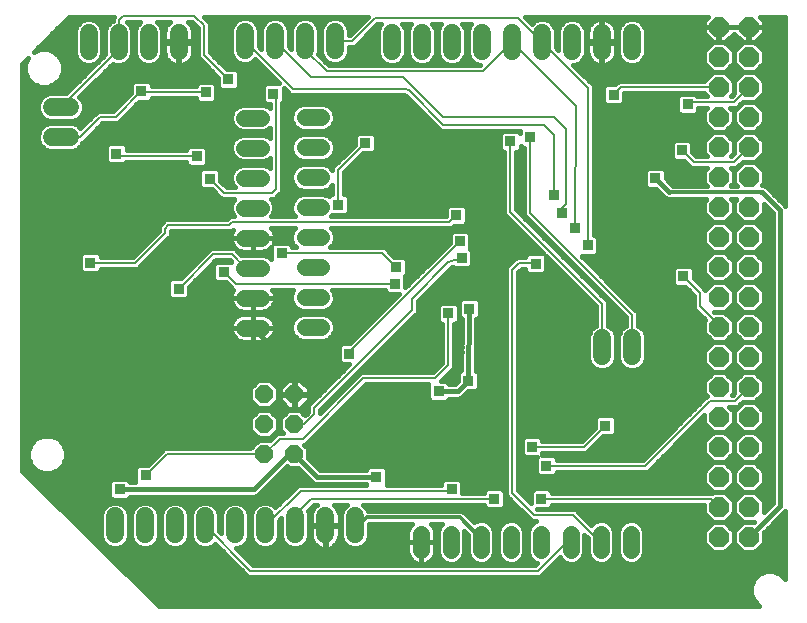
<source format=gbl>
G75*
%MOIN*%
%OFA0B0*%
%FSLAX24Y24*%
%IPPOS*%
%LPD*%
%AMOC8*
5,1,8,0,0,1.08239X$1,22.5*
%
%ADD10OC8,0.0660*%
%ADD11C,0.0560*%
%ADD12C,0.0600*%
%ADD13OC8,0.0610*%
%ADD14C,0.0160*%
%ADD15R,0.0376X0.0376*%
%ADD16C,0.0120*%
%ADD17C,0.0080*%
D10*
X024204Y003353D03*
X025204Y003353D03*
X025204Y004353D03*
X025204Y005353D03*
X024204Y005353D03*
X024204Y004353D03*
X024204Y006353D03*
X025204Y006353D03*
X025204Y007353D03*
X025204Y008353D03*
X024204Y008353D03*
X024204Y007353D03*
X024204Y009353D03*
X025204Y009353D03*
X025204Y010353D03*
X025204Y011353D03*
X024204Y011353D03*
X024204Y010353D03*
X024204Y012353D03*
X025204Y012353D03*
X025204Y013353D03*
X024204Y013353D03*
X024204Y014353D03*
X025204Y014353D03*
X025204Y015353D03*
X025204Y016353D03*
X024204Y016353D03*
X024204Y015353D03*
X024204Y017353D03*
X025204Y017353D03*
X025204Y018353D03*
X025204Y019353D03*
X024204Y019353D03*
X024204Y018353D03*
X024204Y020353D03*
X025204Y020353D03*
D11*
X010952Y017341D02*
X010392Y017341D01*
X010392Y016341D02*
X010952Y016341D01*
X010952Y015341D02*
X010392Y015341D01*
X010392Y014341D02*
X010952Y014341D01*
X010952Y013341D02*
X010392Y013341D01*
X010392Y012341D02*
X010952Y012341D01*
X010952Y011341D02*
X010392Y011341D01*
X010392Y010341D02*
X010952Y010341D01*
X008946Y010331D02*
X008386Y010331D01*
X008386Y011331D02*
X008946Y011331D01*
X008946Y012331D02*
X008386Y012331D01*
X008386Y013331D02*
X008946Y013331D01*
X008946Y014331D02*
X008386Y014331D01*
X008386Y015331D02*
X008946Y015331D01*
X008946Y016331D02*
X008386Y016331D01*
X008386Y017331D02*
X008946Y017331D01*
X014283Y003468D02*
X014283Y002908D01*
X015283Y002908D02*
X015283Y003468D01*
X016283Y003468D02*
X016283Y002908D01*
X017283Y002908D02*
X017283Y003468D01*
X018283Y003468D02*
X018283Y002908D01*
X019283Y002908D02*
X019283Y003468D01*
X020283Y003468D02*
X020283Y002908D01*
X021283Y002908D02*
X021283Y003468D01*
D12*
X021314Y009379D02*
X021314Y009979D01*
X020314Y009979D02*
X020314Y009379D01*
X012078Y004039D02*
X012078Y003439D01*
X011078Y003439D02*
X011078Y004039D01*
X010078Y004039D02*
X010078Y003439D01*
X009078Y003439D02*
X009078Y004039D01*
X008078Y004039D02*
X008078Y003439D01*
X007078Y003439D02*
X007078Y004039D01*
X006078Y004039D02*
X006078Y003439D01*
X005078Y003439D02*
X005078Y004039D01*
X004078Y004039D02*
X004078Y003439D01*
X002571Y016684D02*
X001971Y016684D01*
X001971Y017684D02*
X002571Y017684D01*
X003196Y019553D02*
X003196Y020153D01*
X004196Y020153D02*
X004196Y019553D01*
X005196Y019553D02*
X005196Y020153D01*
X006196Y020153D02*
X006196Y019553D01*
X008404Y019593D02*
X008404Y020193D01*
X009404Y020193D02*
X009404Y019593D01*
X010404Y019593D02*
X010404Y020193D01*
X011404Y020193D02*
X011404Y019593D01*
X013298Y019553D02*
X013298Y020153D01*
X014298Y020153D02*
X014298Y019553D01*
X015298Y019553D02*
X015298Y020153D01*
X016298Y020153D02*
X016298Y019553D01*
X017298Y019553D02*
X017298Y020153D01*
X018298Y020153D02*
X018298Y019553D01*
X019298Y019553D02*
X019298Y020153D01*
X020298Y020153D02*
X020298Y019553D01*
X021298Y019553D02*
X021298Y020153D01*
D13*
X010048Y008115D03*
X010048Y007115D03*
X009048Y007115D03*
X009048Y008115D03*
X009048Y006115D03*
X010048Y006115D03*
D14*
X007661Y002873D02*
X003706Y002873D01*
X003817Y003049D02*
X003688Y003178D01*
X003618Y003348D01*
X003222Y003348D01*
X003383Y003190D02*
X003683Y003190D01*
X003618Y003348D02*
X003618Y004131D01*
X003688Y004300D01*
X003817Y004429D01*
X003986Y004499D01*
X004169Y004499D01*
X004338Y004429D01*
X004468Y004300D01*
X004538Y004131D01*
X004538Y003348D01*
X004618Y003348D01*
X004688Y003178D01*
X004817Y003049D01*
X004986Y002979D01*
X005169Y002979D01*
X005338Y003049D01*
X005468Y003178D01*
X005538Y003348D01*
X005618Y003348D01*
X005688Y003178D01*
X005817Y003049D01*
X005986Y002979D01*
X006169Y002979D01*
X006338Y003049D01*
X006468Y003178D01*
X006538Y003348D01*
X006618Y003348D01*
X006688Y003178D01*
X006817Y003049D01*
X006986Y002979D01*
X007169Y002979D01*
X007338Y003049D01*
X007411Y003122D01*
X008507Y002027D01*
X018255Y002027D01*
X018372Y002144D01*
X018903Y002675D01*
X018910Y002659D01*
X019034Y002535D01*
X019196Y002468D01*
X019371Y002468D01*
X019532Y002535D01*
X019656Y002659D01*
X019723Y002820D01*
X019723Y003425D01*
X019843Y003305D01*
X019843Y002820D01*
X019910Y002659D01*
X020034Y002535D01*
X020196Y002468D01*
X020371Y002468D01*
X020532Y002535D01*
X020656Y002659D01*
X020723Y002820D01*
X020723Y003555D01*
X020656Y003717D01*
X020532Y003841D01*
X020371Y003908D01*
X020196Y003908D01*
X020034Y003841D01*
X019953Y003760D01*
X019553Y004160D01*
X019436Y004278D01*
X018137Y004278D01*
X018134Y004281D01*
X018545Y004281D01*
X018638Y004374D01*
X018638Y004429D01*
X023714Y004429D01*
X023714Y004150D01*
X024001Y003863D01*
X024407Y003863D01*
X024694Y004150D01*
X024694Y004556D01*
X024407Y004843D01*
X024001Y004843D01*
X023986Y004829D01*
X018638Y004829D01*
X018638Y004883D01*
X018545Y004977D01*
X018036Y004977D01*
X017942Y004883D01*
X017942Y004472D01*
X017506Y004909D01*
X017506Y012184D01*
X017625Y012303D01*
X017745Y012303D01*
X017745Y012209D01*
X017839Y012115D01*
X018348Y012115D01*
X018441Y012209D01*
X018441Y012713D01*
X020114Y011041D01*
X020114Y010394D01*
X020053Y010369D01*
X019924Y010239D01*
X019854Y010070D01*
X019854Y009287D01*
X019924Y009118D01*
X020053Y008989D01*
X020222Y008919D01*
X020405Y008919D01*
X020574Y008989D01*
X020704Y009118D01*
X020774Y009287D01*
X020774Y010070D01*
X020704Y010239D01*
X020574Y010369D01*
X020514Y010394D01*
X020514Y011207D01*
X017444Y014277D01*
X017444Y016191D01*
X017498Y016191D01*
X017592Y016284D01*
X017592Y016393D01*
X017654Y016331D01*
X017709Y016331D01*
X017709Y014076D01*
X021104Y010681D01*
X021104Y010390D01*
X021053Y010369D01*
X020924Y010239D01*
X020854Y010070D01*
X020854Y009287D01*
X020924Y009118D01*
X021053Y008989D01*
X021222Y008919D01*
X021405Y008919D01*
X021574Y008989D01*
X021704Y009118D01*
X021774Y009287D01*
X021774Y010070D01*
X021704Y010239D01*
X021574Y010369D01*
X021504Y010398D01*
X021504Y010847D01*
X021387Y010964D01*
X019625Y012726D01*
X020080Y012726D01*
X020174Y012820D01*
X020174Y013328D01*
X020080Y013422D01*
X020026Y013422D01*
X020026Y018409D01*
X019341Y019093D01*
X019390Y019093D01*
X019559Y019163D01*
X019688Y019293D01*
X019758Y019462D01*
X019758Y020245D01*
X019688Y020414D01*
X019559Y020543D01*
X019390Y020613D01*
X019207Y020613D01*
X019038Y020543D01*
X018908Y020414D01*
X018838Y020245D01*
X018838Y019596D01*
X018758Y019676D01*
X018758Y020245D01*
X018688Y020414D01*
X018559Y020543D01*
X018390Y020613D01*
X018207Y020613D01*
X018038Y020543D01*
X017964Y020470D01*
X017737Y020697D01*
X023827Y020697D01*
X023694Y020564D01*
X023694Y020367D01*
X024190Y020367D01*
X024190Y020340D01*
X023694Y020340D01*
X023694Y020142D01*
X023992Y019843D01*
X024190Y019843D01*
X024190Y020340D01*
X024217Y020340D01*
X024217Y020367D01*
X025190Y020367D01*
X025190Y020340D01*
X024694Y020340D01*
X024217Y020340D01*
X024217Y019843D01*
X024415Y019843D01*
X024704Y020132D01*
X024992Y019843D01*
X025190Y019843D01*
X025190Y020340D01*
X025217Y020340D01*
X025217Y020367D01*
X025714Y020367D01*
X025714Y020564D01*
X025581Y020697D01*
X026423Y020697D01*
X026414Y014403D01*
X026375Y014442D01*
X025762Y015055D01*
X025750Y015067D01*
X025662Y015104D01*
X025647Y015104D01*
X025694Y015150D01*
X025694Y015556D01*
X025407Y015843D01*
X025001Y015843D01*
X024714Y015556D01*
X024714Y015150D01*
X024793Y015071D01*
X024615Y015071D01*
X024694Y015150D01*
X024694Y015556D01*
X024601Y015649D01*
X024783Y015649D01*
X024999Y015865D01*
X025001Y015863D01*
X025407Y015863D01*
X025694Y016150D01*
X025694Y016556D01*
X025407Y016843D01*
X025001Y016843D01*
X024714Y016556D01*
X024714Y016150D01*
X024716Y016148D01*
X024617Y016049D01*
X024593Y016049D01*
X024694Y016150D01*
X024694Y016556D01*
X024407Y016843D01*
X024001Y016843D01*
X023714Y016556D01*
X023714Y016150D01*
X023815Y016049D01*
X023452Y016049D01*
X023323Y016178D01*
X023323Y016497D01*
X023230Y016591D01*
X022721Y016591D01*
X022627Y016497D01*
X022627Y015989D01*
X022721Y015895D01*
X023041Y015895D01*
X023169Y015766D01*
X023286Y015649D01*
X023807Y015649D01*
X023714Y015556D01*
X023714Y015150D01*
X023793Y015071D01*
X022671Y015071D01*
X022437Y015305D01*
X022437Y015568D01*
X022343Y015662D01*
X021834Y015662D01*
X021741Y015568D01*
X021741Y015059D01*
X021834Y014966D01*
X022098Y014966D01*
X022403Y014660D01*
X022451Y014640D01*
X022460Y014631D01*
X022473Y014631D01*
X022491Y014624D01*
X022587Y014624D01*
X022605Y014631D01*
X023789Y014631D01*
X023714Y014556D01*
X023714Y014150D01*
X024001Y013863D01*
X024407Y013863D01*
X024694Y014150D01*
X024694Y014556D01*
X024618Y014631D01*
X024789Y014631D01*
X024714Y014556D01*
X024714Y014150D01*
X025001Y013863D01*
X025407Y013863D01*
X025694Y014150D01*
X025694Y014445D01*
X025999Y014139D01*
X025999Y004488D01*
X025694Y004183D01*
X025694Y004556D01*
X025407Y004843D01*
X025001Y004843D01*
X024714Y004556D01*
X024714Y004150D01*
X025001Y003863D01*
X025374Y003863D01*
X025354Y003843D01*
X025001Y003843D01*
X024714Y003556D01*
X024714Y003150D01*
X025001Y002863D01*
X025407Y002863D01*
X025694Y003150D01*
X025694Y003504D01*
X026400Y004210D01*
X026397Y001968D01*
X026242Y002123D01*
X026013Y002218D01*
X025765Y002218D01*
X025536Y002123D01*
X025360Y001947D01*
X025265Y001718D01*
X025265Y001470D01*
X025360Y001241D01*
X025536Y001065D01*
X025542Y001063D01*
X005545Y001066D01*
X000962Y005569D01*
X000962Y019123D01*
X001171Y019333D01*
X001080Y019113D01*
X001080Y018865D01*
X001175Y018636D01*
X001351Y018460D01*
X001580Y018365D01*
X001828Y018365D01*
X002057Y018460D01*
X002233Y018636D01*
X002328Y018865D01*
X002328Y019113D01*
X002233Y019342D01*
X002057Y019518D01*
X001828Y019613D01*
X001580Y019613D01*
X001360Y019522D01*
X002536Y020697D01*
X004037Y020697D01*
X003996Y020657D01*
X003996Y020568D01*
X003935Y020543D01*
X003806Y020414D01*
X003736Y020245D01*
X003736Y019462D01*
X003744Y019441D01*
X002448Y018144D01*
X001879Y018144D01*
X001710Y018074D01*
X001581Y017945D01*
X001511Y017775D01*
X001511Y017592D01*
X001581Y017423D01*
X001710Y017294D01*
X001879Y017224D01*
X002662Y017224D01*
X002831Y017294D01*
X002961Y017423D01*
X003031Y017592D01*
X003031Y017775D01*
X002961Y017945D01*
X002887Y018018D01*
X004004Y019135D01*
X004104Y019093D01*
X004287Y019093D01*
X004456Y019163D01*
X004586Y019293D01*
X004656Y019462D01*
X004656Y020245D01*
X004586Y020414D01*
X004468Y020531D01*
X004923Y020531D01*
X004806Y020414D01*
X004736Y020245D01*
X004736Y019462D01*
X004806Y019293D01*
X004935Y019163D01*
X005104Y019093D01*
X005287Y019093D01*
X005456Y019163D01*
X005586Y019293D01*
X005656Y019462D01*
X005656Y020245D01*
X005586Y020414D01*
X005468Y020531D01*
X005899Y020531D01*
X005883Y020519D01*
X005830Y020466D01*
X005785Y020405D01*
X005751Y020337D01*
X005728Y020266D01*
X005716Y020191D01*
X005716Y019873D01*
X006176Y019873D01*
X006176Y019833D01*
X006216Y019833D01*
X006216Y019873D01*
X006676Y019873D01*
X006676Y020191D01*
X006664Y020266D01*
X006641Y020337D01*
X006606Y020405D01*
X006562Y020466D01*
X006508Y020519D01*
X006492Y020531D01*
X006633Y020531D01*
X006830Y020333D01*
X006830Y019349D01*
X007509Y018670D01*
X007509Y018351D01*
X007603Y018257D01*
X008112Y018257D01*
X008205Y018351D01*
X008205Y018860D01*
X008112Y018953D01*
X007792Y018953D01*
X007230Y019515D01*
X007230Y020499D01*
X007113Y020616D01*
X007032Y020697D01*
X012501Y020697D01*
X011896Y020093D01*
X011864Y020093D01*
X011864Y020284D01*
X011794Y020453D01*
X011665Y020583D01*
X011496Y020653D01*
X011313Y020653D01*
X011144Y020583D01*
X011014Y020453D01*
X010944Y020284D01*
X010944Y019501D01*
X011014Y019332D01*
X011144Y019203D01*
X011313Y019133D01*
X011496Y019133D01*
X011665Y019203D01*
X011794Y019332D01*
X011864Y019501D01*
X011864Y019693D01*
X012062Y019693D01*
X012822Y020452D01*
X012947Y020452D01*
X012908Y020414D01*
X012838Y020245D01*
X012838Y019462D01*
X012908Y019293D01*
X013038Y019163D01*
X013207Y019093D01*
X013390Y019093D01*
X013559Y019163D01*
X013688Y019293D01*
X013758Y019462D01*
X013758Y020245D01*
X013688Y020414D01*
X013649Y020452D01*
X013947Y020452D01*
X013908Y020414D01*
X013838Y020245D01*
X013838Y019462D01*
X013908Y019293D01*
X014038Y019163D01*
X014207Y019093D01*
X014390Y019093D01*
X014559Y019163D01*
X014688Y019293D01*
X014758Y019462D01*
X014758Y020245D01*
X014688Y020414D01*
X014649Y020452D01*
X014947Y020452D01*
X014908Y020414D01*
X014838Y020245D01*
X014838Y019462D01*
X014908Y019293D01*
X015038Y019163D01*
X015207Y019093D01*
X015390Y019093D01*
X015559Y019163D01*
X015688Y019293D01*
X015758Y019462D01*
X015758Y020245D01*
X015688Y020414D01*
X015649Y020452D01*
X015947Y020452D01*
X015908Y020414D01*
X015838Y020245D01*
X015838Y019462D01*
X015908Y019293D01*
X016038Y019163D01*
X016207Y019093D01*
X016255Y019093D01*
X016243Y019081D01*
X011208Y019081D01*
X010842Y019447D01*
X010864Y019501D01*
X010864Y020284D01*
X010794Y020453D01*
X010665Y020583D01*
X010496Y020653D01*
X010313Y020653D01*
X010144Y020583D01*
X010014Y020453D01*
X009944Y020284D01*
X009944Y019635D01*
X009864Y019715D01*
X009864Y020284D01*
X009794Y020453D01*
X009665Y020583D01*
X009496Y020653D01*
X009313Y020653D01*
X009144Y020583D01*
X009014Y020453D01*
X008944Y020284D01*
X008944Y019635D01*
X008864Y019715D01*
X008864Y020284D01*
X008794Y020453D01*
X008665Y020583D01*
X008496Y020653D01*
X008313Y020653D01*
X008144Y020583D01*
X008014Y020453D01*
X007944Y020284D01*
X007944Y019501D01*
X008014Y019332D01*
X008144Y019203D01*
X008313Y019133D01*
X008496Y019133D01*
X008665Y019203D01*
X008738Y019276D01*
X009533Y018481D01*
X009099Y018481D01*
X009005Y018387D01*
X009005Y017878D01*
X009099Y017785D01*
X009239Y017785D01*
X009239Y017660D01*
X009195Y017704D01*
X009033Y017771D01*
X008298Y017771D01*
X008137Y017704D01*
X008013Y017580D01*
X007946Y017418D01*
X007946Y017243D01*
X008013Y017082D01*
X008137Y016958D01*
X008298Y016891D01*
X009033Y016891D01*
X009195Y016958D01*
X009239Y017002D01*
X009239Y016660D01*
X009195Y016704D01*
X009033Y016771D01*
X008298Y016771D01*
X008137Y016704D01*
X008013Y016580D01*
X007946Y016418D01*
X007946Y016243D01*
X008013Y016082D01*
X008137Y015958D01*
X008298Y015891D01*
X009033Y015891D01*
X009195Y015958D01*
X009239Y016002D01*
X009239Y015660D01*
X009195Y015704D01*
X009033Y015771D01*
X008298Y015771D01*
X008137Y015704D01*
X008013Y015580D01*
X007946Y015418D01*
X007946Y015243D01*
X008013Y015082D01*
X008081Y015014D01*
X007794Y015014D01*
X007575Y015233D01*
X007575Y015552D01*
X007482Y015646D01*
X006973Y015646D01*
X006879Y015552D01*
X006879Y015044D01*
X006973Y014950D01*
X007293Y014950D01*
X007511Y014731D01*
X007629Y014614D01*
X008047Y014614D01*
X008013Y014580D01*
X007946Y014418D01*
X007946Y014243D01*
X008013Y014082D01*
X008053Y014041D01*
X007892Y014041D01*
X007790Y013939D01*
X005756Y013939D01*
X005639Y013822D01*
X005531Y013714D01*
X005531Y013570D01*
X004664Y012703D01*
X003599Y012703D01*
X003599Y012757D01*
X003505Y012851D01*
X002996Y012851D01*
X002903Y012757D01*
X002903Y012248D01*
X002996Y012155D01*
X003505Y012155D01*
X003599Y012248D01*
X003599Y012303D01*
X004830Y012303D01*
X004947Y012420D01*
X005814Y013287D01*
X005931Y013404D01*
X005931Y013539D01*
X007956Y013539D01*
X008003Y013586D01*
X007992Y013572D01*
X007960Y013507D01*
X007937Y013439D01*
X007926Y013367D01*
X007926Y013334D01*
X008662Y013334D01*
X005861Y013334D01*
X005931Y013492D02*
X007955Y013492D01*
X007926Y013327D02*
X007926Y013295D01*
X007937Y013223D01*
X007960Y013154D01*
X007992Y013090D01*
X008035Y013031D01*
X008086Y012980D01*
X008145Y012937D01*
X008209Y012904D01*
X008278Y012882D01*
X008350Y012871D01*
X008662Y012871D01*
X008662Y013327D01*
X007926Y013327D01*
X007953Y013175D02*
X005702Y013175D01*
X005544Y013017D02*
X008049Y013017D01*
X008058Y012978D02*
X007263Y012978D01*
X006269Y011985D01*
X005949Y011985D01*
X005856Y011891D01*
X005856Y011382D01*
X005949Y011289D01*
X006458Y011289D01*
X006552Y011382D01*
X006552Y011702D01*
X007428Y012578D01*
X007892Y012578D01*
X007935Y012536D01*
X007445Y012536D01*
X007352Y012442D01*
X007352Y011933D01*
X007445Y011840D01*
X007765Y011840D01*
X007893Y011711D01*
X008009Y011595D01*
X007992Y011572D01*
X007960Y011507D01*
X007937Y011439D01*
X007926Y011367D01*
X007926Y011334D01*
X008662Y011334D01*
X008662Y011327D01*
X007926Y011327D01*
X007926Y011295D01*
X007937Y011223D01*
X007960Y011154D01*
X007992Y011090D01*
X008035Y011031D01*
X008086Y010980D01*
X008145Y010937D01*
X008209Y010904D01*
X008278Y010882D01*
X008350Y010871D01*
X008662Y010871D01*
X008662Y011327D01*
X008669Y011327D01*
X008669Y010871D01*
X008982Y010871D01*
X009054Y010882D01*
X009122Y010904D01*
X009187Y010937D01*
X009245Y010980D01*
X009297Y011031D01*
X009339Y011090D01*
X009372Y011154D01*
X009394Y011223D01*
X009406Y011295D01*
X009406Y011327D01*
X008669Y011327D01*
X008669Y011334D01*
X009406Y011334D01*
X009406Y011367D01*
X009394Y011439D01*
X009372Y011507D01*
X009339Y011572D01*
X009323Y011594D01*
X010023Y011594D01*
X010019Y011591D01*
X009952Y011429D01*
X009952Y011254D01*
X010019Y011092D01*
X010143Y010968D01*
X010305Y010901D01*
X011040Y010901D01*
X011201Y010968D01*
X011325Y011092D01*
X011392Y011254D01*
X011392Y011429D01*
X011325Y011591D01*
X011322Y011594D01*
X013060Y011594D01*
X013060Y011540D01*
X013154Y011446D01*
X013525Y011446D01*
X011899Y009819D01*
X011619Y009819D01*
X011525Y009726D01*
X011525Y009217D01*
X011619Y009123D01*
X011890Y009123D01*
X010514Y007747D01*
X010514Y007522D01*
X010407Y007414D01*
X010240Y007581D01*
X009855Y007581D01*
X009583Y007308D01*
X009583Y006923D01*
X009669Y006837D01*
X009486Y006837D01*
X009230Y006581D01*
X008855Y006581D01*
X008590Y006315D01*
X005718Y006315D01*
X005600Y006198D01*
X005167Y005764D01*
X004847Y005764D01*
X004753Y005671D01*
X004753Y005184D01*
X004583Y005184D01*
X004583Y005198D01*
X004490Y005292D01*
X003981Y005292D01*
X003887Y005198D01*
X003887Y004689D01*
X003981Y004596D01*
X004490Y004596D01*
X004583Y004689D01*
X004583Y004704D01*
X008742Y004704D01*
X008830Y004740D01*
X008897Y004808D01*
X009797Y005708D01*
X009855Y005650D01*
X010173Y005650D01*
X010663Y005160D01*
X010752Y005124D01*
X012441Y005124D01*
X012441Y005109D01*
X012446Y005104D01*
X010176Y005104D01*
X010059Y004987D01*
X009419Y004348D01*
X009338Y004429D01*
X009169Y004499D01*
X008986Y004499D01*
X008817Y004429D01*
X008688Y004300D01*
X008618Y004131D01*
X008618Y003348D01*
X008538Y003348D01*
X008538Y004131D01*
X008468Y004300D01*
X008338Y004429D01*
X008169Y004499D01*
X007986Y004499D01*
X007817Y004429D01*
X007688Y004300D01*
X007618Y004131D01*
X007618Y003482D01*
X007538Y003562D01*
X007538Y004131D01*
X007468Y004300D01*
X007338Y004429D01*
X007169Y004499D01*
X006986Y004499D01*
X006817Y004429D01*
X006688Y004300D01*
X006618Y004131D01*
X006618Y003348D01*
X006538Y003348D02*
X006538Y004131D01*
X006468Y004300D01*
X006338Y004429D01*
X006169Y004499D01*
X005986Y004499D01*
X005817Y004429D01*
X005688Y004300D01*
X005618Y004131D01*
X005618Y003348D01*
X005538Y003348D02*
X005538Y004131D01*
X005468Y004300D01*
X005338Y004429D01*
X005169Y004499D01*
X004986Y004499D01*
X004817Y004429D01*
X004688Y004300D01*
X004618Y004131D01*
X004618Y003348D01*
X004538Y003348D02*
X004468Y003178D01*
X004338Y003049D01*
X004169Y002979D01*
X003986Y002979D01*
X003817Y003049D01*
X003860Y003031D02*
X003545Y003031D01*
X003867Y002714D02*
X007819Y002714D01*
X007978Y002556D02*
X004028Y002556D01*
X004190Y002397D02*
X008136Y002397D01*
X008295Y002239D02*
X004351Y002239D01*
X004512Y002080D02*
X008453Y002080D01*
X008672Y002427D02*
X008120Y002979D01*
X008169Y002979D01*
X008338Y003049D01*
X008468Y003178D01*
X008538Y003348D01*
X008618Y003348D02*
X008688Y003178D01*
X008817Y003049D01*
X008986Y002979D01*
X009169Y002979D01*
X009338Y003049D01*
X009468Y003178D01*
X009538Y003348D01*
X009618Y003348D01*
X009688Y003178D01*
X009817Y003049D01*
X009986Y002979D01*
X010169Y002979D01*
X010338Y003049D01*
X010468Y003178D01*
X010538Y003348D01*
X010606Y003348D01*
X010609Y003327D02*
X010633Y003255D01*
X010667Y003187D01*
X010712Y003126D01*
X010765Y003073D01*
X010826Y003029D01*
X010893Y002994D01*
X010965Y002971D01*
X011040Y002959D01*
X011058Y002959D01*
X011058Y003719D01*
X011098Y003719D01*
X011098Y003759D01*
X011558Y003759D01*
X011558Y004077D01*
X011546Y004151D01*
X011522Y004223D01*
X011488Y004291D01*
X011444Y004352D01*
X011390Y004405D01*
X011358Y004429D01*
X011817Y004429D01*
X011688Y004300D01*
X011618Y004131D01*
X011618Y003348D01*
X011549Y003348D01*
X011546Y003327D02*
X011558Y003401D01*
X011558Y003719D01*
X011098Y003719D01*
X011098Y002959D01*
X011115Y002959D01*
X011190Y002971D01*
X011262Y002994D01*
X011329Y003029D01*
X011390Y003073D01*
X011444Y003126D01*
X011488Y003187D01*
X011522Y003255D01*
X011546Y003327D01*
X011618Y003348D02*
X011688Y003178D01*
X011817Y003049D01*
X011986Y002979D01*
X012169Y002979D01*
X012338Y003049D01*
X012468Y003178D01*
X012538Y003348D01*
X013823Y003348D01*
X013823Y003504D02*
X013823Y003192D01*
X014279Y003192D01*
X014279Y003184D01*
X013823Y003184D01*
X013823Y002872D01*
X013834Y002800D01*
X013857Y002731D01*
X013890Y002667D01*
X013932Y002608D01*
X013983Y002557D01*
X014042Y002514D01*
X014107Y002482D01*
X014175Y002459D01*
X014247Y002448D01*
X014279Y002448D01*
X014279Y003184D01*
X014287Y003184D01*
X014287Y003192D01*
X014743Y003192D01*
X014743Y003504D01*
X014732Y003576D01*
X014709Y003644D01*
X014677Y003709D01*
X014634Y003768D01*
X014608Y003794D01*
X014987Y003794D01*
X014910Y003717D01*
X014843Y003555D01*
X014843Y002820D01*
X014910Y002659D01*
X015034Y002535D01*
X015196Y002468D01*
X015371Y002468D01*
X015532Y002535D01*
X015656Y002659D01*
X015723Y002820D01*
X015723Y003538D01*
X015843Y003418D01*
X015843Y002820D01*
X015910Y002659D01*
X016034Y002535D01*
X016196Y002468D01*
X016371Y002468D01*
X016532Y002535D01*
X016656Y002659D01*
X016723Y002820D01*
X016723Y003555D01*
X016656Y003717D01*
X016532Y003841D01*
X016371Y003908D01*
X016196Y003908D01*
X016040Y003844D01*
X015779Y004105D01*
X015650Y004234D01*
X012495Y004234D01*
X012468Y004300D01*
X012338Y004429D01*
X016367Y004429D01*
X016367Y004374D01*
X016461Y004281D01*
X016970Y004281D01*
X017064Y004374D01*
X017064Y004883D01*
X016970Y004977D01*
X016461Y004977D01*
X016367Y004883D01*
X016367Y004829D01*
X015646Y004829D01*
X015646Y005198D01*
X015552Y005292D01*
X015044Y005292D01*
X014950Y005198D01*
X014950Y005104D01*
X013132Y005104D01*
X013137Y005109D01*
X013137Y005618D01*
X013043Y005712D01*
X012534Y005712D01*
X012441Y005618D01*
X012441Y005604D01*
X010899Y005604D01*
X010513Y005990D01*
X010513Y006308D01*
X010384Y006437D01*
X010420Y006437D01*
X010537Y006554D01*
X012428Y008445D01*
X014517Y008445D01*
X014517Y007957D01*
X014611Y007863D01*
X015119Y007863D01*
X015213Y007957D01*
X015213Y007971D01*
X015543Y007971D01*
X015631Y008008D01*
X015698Y008076D01*
X015841Y008218D01*
X016104Y008218D01*
X016197Y008311D01*
X016197Y008820D01*
X016104Y008914D01*
X016095Y008914D01*
X016123Y010619D01*
X016143Y010619D01*
X016237Y010713D01*
X016237Y011222D01*
X016143Y011316D01*
X015634Y011316D01*
X015541Y011222D01*
X015541Y010713D01*
X015634Y010619D01*
X015643Y010619D01*
X015615Y008914D01*
X015595Y008914D01*
X015501Y008820D01*
X015501Y008557D01*
X015396Y008451D01*
X015213Y008451D01*
X015213Y008466D01*
X015119Y008560D01*
X014945Y008560D01*
X014947Y008562D01*
X015380Y008995D01*
X015380Y010462D01*
X015434Y010462D01*
X015528Y010556D01*
X015528Y011064D01*
X015434Y011158D01*
X014926Y011158D01*
X014832Y011064D01*
X014832Y010556D01*
X014926Y010462D01*
X014980Y010462D01*
X014980Y009160D01*
X014664Y008845D01*
X012263Y008845D01*
X010914Y007496D01*
X010914Y007581D01*
X014047Y010714D01*
X014164Y010831D01*
X014164Y011206D01*
X015296Y012338D01*
X015335Y012350D01*
X015379Y012306D01*
X015888Y012306D01*
X015982Y012399D01*
X015982Y012908D01*
X015922Y012968D01*
X015922Y013466D01*
X015828Y013560D01*
X015319Y013560D01*
X015226Y013466D01*
X015226Y013146D01*
X013756Y011677D01*
X013756Y012049D01*
X013755Y012050D01*
X013796Y012091D01*
X013796Y012600D01*
X013702Y012693D01*
X013382Y012693D01*
X013058Y013018D01*
X011251Y013018D01*
X011325Y013092D01*
X011392Y013254D01*
X011392Y013429D01*
X011325Y013591D01*
X011274Y013641D01*
X015302Y013641D01*
X015390Y013730D01*
X015710Y013730D01*
X015804Y013823D01*
X015804Y014332D01*
X015710Y014426D01*
X015201Y014426D01*
X015107Y014332D01*
X015107Y014041D01*
X011274Y014041D01*
X011317Y014084D01*
X011773Y014084D01*
X011867Y014178D01*
X011867Y014686D01*
X011773Y014780D01*
X011719Y014780D01*
X011719Y015511D01*
X012349Y016141D01*
X012668Y016141D01*
X012762Y016234D01*
X012762Y016743D01*
X012668Y016837D01*
X012159Y016837D01*
X012066Y016743D01*
X012066Y016424D01*
X011319Y015676D01*
X011319Y015597D01*
X011201Y015714D01*
X011040Y015781D01*
X010305Y015781D01*
X010143Y015714D01*
X010019Y015591D01*
X009952Y015429D01*
X009952Y015254D01*
X010019Y015092D01*
X010143Y014968D01*
X010305Y014901D01*
X011040Y014901D01*
X011201Y014968D01*
X011319Y015086D01*
X011319Y014780D01*
X011264Y014780D01*
X011199Y014715D01*
X011040Y014781D01*
X010305Y014781D01*
X010143Y014714D01*
X010019Y014591D01*
X009952Y014429D01*
X009952Y014254D01*
X010019Y014092D01*
X010070Y014041D01*
X009279Y014041D01*
X009319Y014082D01*
X009386Y014243D01*
X009386Y014418D01*
X009319Y014580D01*
X009285Y014614D01*
X009397Y014614D01*
X009522Y014739D01*
X009639Y014856D01*
X009639Y017816D01*
X009701Y017878D01*
X009701Y018313D01*
X009807Y018207D01*
X009924Y018090D01*
X013705Y018090D01*
X013756Y018039D01*
X013781Y018039D01*
X014814Y017006D01*
X014931Y016889D01*
X017561Y016889D01*
X017561Y016824D01*
X017498Y016887D01*
X016989Y016887D01*
X016896Y016793D01*
X016896Y016284D01*
X016989Y016191D01*
X017044Y016191D01*
X017044Y014111D01*
X017161Y013994D01*
X018343Y012812D01*
X017839Y012812D01*
X017745Y012718D01*
X017745Y012703D01*
X017459Y012703D01*
X017342Y012586D01*
X017106Y012349D01*
X017106Y004743D01*
X017223Y004626D01*
X017971Y003878D01*
X018123Y003878D01*
X018034Y003841D01*
X017910Y003717D01*
X017843Y003555D01*
X017843Y002820D01*
X017910Y002659D01*
X018034Y002535D01*
X018149Y002487D01*
X018089Y002427D01*
X008672Y002427D01*
X008544Y002556D02*
X013985Y002556D01*
X013865Y002714D02*
X008385Y002714D01*
X008227Y002873D02*
X013823Y002873D01*
X013823Y003031D02*
X012295Y003031D01*
X012472Y003190D02*
X014279Y003190D01*
X014287Y003190D02*
X014843Y003190D01*
X014743Y003184D02*
X014743Y002872D01*
X014732Y002800D01*
X014709Y002731D01*
X014677Y002667D01*
X014634Y002608D01*
X014583Y002557D01*
X014524Y002514D01*
X014460Y002482D01*
X014391Y002459D01*
X014319Y002448D01*
X014287Y002448D01*
X014287Y003184D01*
X014743Y003184D01*
X014743Y003031D02*
X014843Y003031D01*
X014843Y002873D02*
X014743Y002873D01*
X014701Y002714D02*
X014887Y002714D01*
X015013Y002556D02*
X014581Y002556D01*
X014287Y002556D02*
X014279Y002556D01*
X014279Y002714D02*
X014287Y002714D01*
X014279Y002873D02*
X014287Y002873D01*
X014279Y003031D02*
X014287Y003031D01*
X014743Y003348D02*
X014843Y003348D01*
X014843Y003507D02*
X014743Y003507D01*
X014699Y003665D02*
X014889Y003665D01*
X015723Y003507D02*
X015755Y003507D01*
X015723Y003348D02*
X015843Y003348D01*
X015843Y003190D02*
X015723Y003190D01*
X015723Y003031D02*
X015843Y003031D01*
X015843Y002873D02*
X015723Y002873D01*
X015679Y002714D02*
X015887Y002714D01*
X016013Y002556D02*
X015553Y002556D01*
X016553Y002556D02*
X017013Y002556D01*
X017034Y002535D02*
X017196Y002468D01*
X017371Y002468D01*
X017532Y002535D01*
X017656Y002659D01*
X017723Y002820D01*
X017723Y003555D01*
X017656Y003717D01*
X017532Y003841D01*
X017371Y003908D01*
X017196Y003908D01*
X017034Y003841D01*
X016910Y003717D01*
X016843Y003555D01*
X016843Y002820D01*
X016910Y002659D01*
X017034Y002535D01*
X016887Y002714D02*
X016679Y002714D01*
X016723Y002873D02*
X016843Y002873D01*
X016843Y003031D02*
X016723Y003031D01*
X016723Y003190D02*
X016843Y003190D01*
X016843Y003348D02*
X016723Y003348D01*
X016723Y003507D02*
X016843Y003507D01*
X016889Y003665D02*
X016678Y003665D01*
X016549Y003824D02*
X017017Y003824D01*
X016988Y004299D02*
X017549Y004299D01*
X017391Y004458D02*
X017064Y004458D01*
X017064Y004616D02*
X017232Y004616D01*
X017106Y004775D02*
X017064Y004775D01*
X017106Y004933D02*
X017013Y004933D01*
X017106Y005092D02*
X015646Y005092D01*
X015646Y004933D02*
X016417Y004933D01*
X016442Y004299D02*
X012468Y004299D01*
X012555Y003794D02*
X013959Y003794D01*
X013932Y003768D01*
X013890Y003709D01*
X013857Y003644D01*
X013834Y003576D01*
X013823Y003504D01*
X013824Y003507D02*
X012538Y003507D01*
X012538Y003665D02*
X013868Y003665D01*
X012555Y003794D02*
X012538Y003777D01*
X012538Y003348D01*
X011860Y003031D02*
X011333Y003031D01*
X011489Y003190D02*
X011683Y003190D01*
X011618Y003507D02*
X011558Y003507D01*
X011558Y003665D02*
X011618Y003665D01*
X011618Y003824D02*
X011558Y003824D01*
X011558Y003982D02*
X011618Y003982D01*
X011622Y004141D02*
X011547Y004141D01*
X011482Y004299D02*
X011688Y004299D01*
X011058Y003759D02*
X011058Y003719D01*
X010598Y003719D01*
X010598Y003401D01*
X010609Y003327D01*
X010538Y003348D02*
X010538Y004131D01*
X010497Y004230D01*
X010696Y004429D01*
X010797Y004429D01*
X010765Y004405D01*
X010712Y004352D01*
X010667Y004291D01*
X010633Y004223D01*
X010609Y004151D01*
X010598Y004077D01*
X010598Y003759D01*
X011058Y003759D01*
X011058Y003665D02*
X011098Y003665D01*
X011098Y003507D02*
X011058Y003507D01*
X011058Y003348D02*
X011098Y003348D01*
X011098Y003190D02*
X011058Y003190D01*
X011058Y003031D02*
X011098Y003031D01*
X010822Y003031D02*
X010295Y003031D01*
X010472Y003190D02*
X010666Y003190D01*
X010598Y003507D02*
X010538Y003507D01*
X010538Y003665D02*
X010598Y003665D01*
X010598Y003824D02*
X010538Y003824D01*
X010538Y003982D02*
X010598Y003982D01*
X010608Y004141D02*
X010533Y004141D01*
X010566Y004299D02*
X010673Y004299D01*
X010005Y004933D02*
X009023Y004933D01*
X008864Y004775D02*
X009846Y004775D01*
X009688Y004616D02*
X004510Y004616D01*
X004269Y004458D02*
X004887Y004458D01*
X004688Y004299D02*
X004468Y004299D01*
X004533Y004141D02*
X004622Y004141D01*
X004618Y003982D02*
X004538Y003982D01*
X004538Y003824D02*
X004618Y003824D01*
X004618Y003665D02*
X004538Y003665D01*
X004538Y003507D02*
X004618Y003507D01*
X004683Y003190D02*
X004472Y003190D01*
X004295Y003031D02*
X004860Y003031D01*
X005295Y003031D02*
X005860Y003031D01*
X005683Y003190D02*
X005472Y003190D01*
X005538Y003507D02*
X005618Y003507D01*
X005618Y003665D02*
X005538Y003665D01*
X005538Y003824D02*
X005618Y003824D01*
X005618Y003982D02*
X005538Y003982D01*
X005533Y004141D02*
X005622Y004141D01*
X005688Y004299D02*
X005468Y004299D01*
X005269Y004458D02*
X005887Y004458D01*
X006269Y004458D02*
X006887Y004458D01*
X006688Y004299D02*
X006468Y004299D01*
X006533Y004141D02*
X006622Y004141D01*
X006618Y003982D02*
X006538Y003982D01*
X006538Y003824D02*
X006618Y003824D01*
X006618Y003665D02*
X006538Y003665D01*
X006538Y003507D02*
X006618Y003507D01*
X006683Y003190D02*
X006472Y003190D01*
X006295Y003031D02*
X006860Y003031D01*
X007295Y003031D02*
X007502Y003031D01*
X007464Y002789D02*
X005789Y002789D01*
X004835Y001763D02*
X025284Y001763D01*
X025265Y001605D02*
X004996Y001605D01*
X005158Y001446D02*
X025275Y001446D01*
X025341Y001288D02*
X005319Y001288D01*
X005480Y001129D02*
X025471Y001129D01*
X025350Y001922D02*
X004674Y001922D01*
X003618Y003507D02*
X003061Y003507D01*
X002899Y003665D02*
X003618Y003665D01*
X003618Y003824D02*
X002738Y003824D01*
X002577Y003982D02*
X003618Y003982D01*
X003622Y004141D02*
X002415Y004141D01*
X002254Y004299D02*
X003688Y004299D01*
X003887Y004458D02*
X002093Y004458D01*
X001931Y004616D02*
X003960Y004616D01*
X003887Y004775D02*
X001770Y004775D01*
X001609Y004933D02*
X003887Y004933D01*
X003887Y005092D02*
X001447Y005092D01*
X001286Y005250D02*
X003939Y005250D01*
X004235Y004944D02*
X008694Y004944D01*
X009865Y006115D01*
X010048Y006115D01*
X010799Y005364D01*
X012789Y005364D01*
X013137Y005409D02*
X017106Y005409D01*
X017106Y005567D02*
X013137Y005567D01*
X013137Y005250D02*
X015002Y005250D01*
X015594Y005250D02*
X017106Y005250D01*
X017506Y005250D02*
X023714Y005250D01*
X023714Y005150D02*
X024001Y004863D01*
X024407Y004863D01*
X024694Y005150D01*
X024694Y005556D01*
X024407Y005843D01*
X024001Y005843D01*
X023714Y005556D01*
X023714Y005150D01*
X023772Y005092D02*
X017506Y005092D01*
X017506Y004933D02*
X017992Y004933D01*
X017942Y004775D02*
X017640Y004775D01*
X017798Y004616D02*
X017942Y004616D01*
X017708Y004141D02*
X015743Y004141D01*
X015901Y003982D02*
X017866Y003982D01*
X018017Y003824D02*
X017549Y003824D01*
X017678Y003665D02*
X017889Y003665D01*
X017843Y003507D02*
X017723Y003507D01*
X017723Y003348D02*
X017843Y003348D01*
X017843Y003190D02*
X017723Y003190D01*
X017723Y003031D02*
X017843Y003031D01*
X017843Y002873D02*
X017723Y002873D01*
X017679Y002714D02*
X017887Y002714D01*
X018013Y002556D02*
X017553Y002556D01*
X018308Y002080D02*
X025493Y002080D01*
X026284Y002080D02*
X026397Y002080D01*
X026397Y002239D02*
X018467Y002239D01*
X018625Y002397D02*
X026397Y002397D01*
X026397Y002556D02*
X021553Y002556D01*
X021532Y002535D02*
X021656Y002659D01*
X021723Y002820D01*
X021723Y003555D01*
X021656Y003717D01*
X021532Y003841D01*
X021371Y003908D01*
X021196Y003908D01*
X021034Y003841D01*
X020910Y003717D01*
X020843Y003555D01*
X020843Y002820D01*
X020910Y002659D01*
X021034Y002535D01*
X021196Y002468D01*
X021371Y002468D01*
X021532Y002535D01*
X021679Y002714D02*
X026398Y002714D01*
X026398Y002873D02*
X025416Y002873D01*
X025575Y003031D02*
X026398Y003031D01*
X026398Y003190D02*
X025694Y003190D01*
X025694Y003348D02*
X026398Y003348D01*
X026399Y003507D02*
X025696Y003507D01*
X025855Y003665D02*
X026399Y003665D01*
X026399Y003824D02*
X026013Y003824D01*
X026172Y003982D02*
X026399Y003982D01*
X026400Y004141D02*
X026330Y004141D01*
X026239Y004389D02*
X025204Y003354D01*
X025204Y003353D01*
X024833Y003031D02*
X024575Y003031D01*
X024694Y003150D02*
X024407Y002863D01*
X024001Y002863D01*
X023714Y003150D01*
X023714Y003556D01*
X024001Y003843D01*
X024407Y003843D01*
X024694Y003556D01*
X024694Y003150D01*
X024694Y003190D02*
X024714Y003190D01*
X024714Y003348D02*
X024694Y003348D01*
X024694Y003507D02*
X024714Y003507D01*
X024823Y003665D02*
X024584Y003665D01*
X024426Y003824D02*
X024981Y003824D01*
X024882Y003982D02*
X024526Y003982D01*
X024684Y004141D02*
X024723Y004141D01*
X024714Y004299D02*
X024694Y004299D01*
X024694Y004458D02*
X024714Y004458D01*
X024774Y004616D02*
X024633Y004616D01*
X024475Y004775D02*
X024932Y004775D01*
X025001Y004863D02*
X025407Y004863D01*
X025694Y005150D01*
X025694Y005556D01*
X025407Y005843D01*
X025001Y005843D01*
X024714Y005556D01*
X024714Y005150D01*
X025001Y004863D01*
X024931Y004933D02*
X024477Y004933D01*
X024635Y005092D02*
X024772Y005092D01*
X024714Y005250D02*
X024694Y005250D01*
X024694Y005409D02*
X024714Y005409D01*
X024725Y005567D02*
X024682Y005567D01*
X024524Y005726D02*
X024883Y005726D01*
X025001Y005863D02*
X025407Y005863D01*
X025694Y006150D01*
X025694Y006556D01*
X025407Y006843D01*
X025001Y006843D01*
X024714Y006556D01*
X024714Y006150D01*
X025001Y005863D01*
X024980Y005884D02*
X024428Y005884D01*
X024407Y005863D02*
X024694Y006150D01*
X024694Y006556D01*
X024407Y006843D01*
X024001Y006843D01*
X023714Y006556D01*
X023714Y006150D01*
X024001Y005863D01*
X024407Y005863D01*
X024586Y006043D02*
X024821Y006043D01*
X024714Y006201D02*
X024694Y006201D01*
X024694Y006360D02*
X024714Y006360D01*
X024714Y006518D02*
X024694Y006518D01*
X024573Y006677D02*
X024834Y006677D01*
X024993Y006835D02*
X024414Y006835D01*
X024407Y006863D02*
X024694Y007150D01*
X024694Y007556D01*
X024553Y007697D01*
X024830Y007697D01*
X024999Y007865D01*
X025001Y007863D01*
X025407Y007863D01*
X025694Y008150D01*
X025694Y008556D01*
X025407Y008843D01*
X025001Y008843D01*
X024714Y008556D01*
X024714Y008150D01*
X024716Y008148D01*
X024664Y008097D01*
X024640Y008097D01*
X024694Y008150D01*
X024694Y008556D01*
X024407Y008843D01*
X024001Y008843D01*
X023714Y008556D01*
X023714Y008150D01*
X023802Y008062D01*
X023720Y007979D01*
X021672Y005931D01*
X018796Y005931D01*
X018796Y005986D01*
X018702Y006079D01*
X018296Y006079D01*
X018323Y006107D01*
X018323Y006161D01*
X019790Y006161D01*
X020351Y006722D01*
X020671Y006722D01*
X020764Y006815D01*
X020764Y007324D01*
X020671Y007418D01*
X020162Y007418D01*
X020068Y007324D01*
X020068Y007004D01*
X019625Y006561D01*
X018323Y006561D01*
X018323Y006615D01*
X018230Y006709D01*
X017721Y006709D01*
X017627Y006615D01*
X017627Y006107D01*
X017721Y006013D01*
X018127Y006013D01*
X018100Y005986D01*
X018100Y005477D01*
X018193Y005383D01*
X018702Y005383D01*
X018796Y005477D01*
X018796Y005531D01*
X021838Y005531D01*
X023714Y007407D01*
X023714Y007150D01*
X024001Y006863D01*
X024407Y006863D01*
X024537Y006994D02*
X024870Y006994D01*
X025001Y006863D02*
X024714Y007150D01*
X024714Y007556D01*
X025001Y007843D01*
X025407Y007843D01*
X025694Y007556D01*
X025694Y007150D01*
X025407Y006863D01*
X025001Y006863D01*
X024714Y007152D02*
X024694Y007152D01*
X024694Y007311D02*
X024714Y007311D01*
X024714Y007469D02*
X024694Y007469D01*
X024622Y007628D02*
X024785Y007628D01*
X024920Y007786D02*
X024944Y007786D01*
X024671Y008103D02*
X024647Y008103D01*
X024694Y008262D02*
X024714Y008262D01*
X024714Y008420D02*
X024694Y008420D01*
X024671Y008579D02*
X024736Y008579D01*
X024895Y008737D02*
X024512Y008737D01*
X024407Y008863D02*
X024694Y009150D01*
X024694Y009556D01*
X024407Y009843D01*
X024001Y009843D01*
X023714Y009556D01*
X023714Y009150D01*
X024001Y008863D01*
X024407Y008863D01*
X024439Y008896D02*
X024968Y008896D01*
X025001Y008863D02*
X025407Y008863D01*
X025694Y009150D01*
X025694Y009556D01*
X025407Y009843D01*
X025001Y009843D01*
X024714Y009556D01*
X024714Y009150D01*
X025001Y008863D01*
X024810Y009054D02*
X024598Y009054D01*
X024694Y009213D02*
X024714Y009213D01*
X024714Y009371D02*
X024694Y009371D01*
X024694Y009530D02*
X024714Y009530D01*
X024846Y009688D02*
X024561Y009688D01*
X024407Y009863D02*
X024694Y010150D01*
X024694Y010556D01*
X024407Y010843D01*
X024067Y010843D01*
X024047Y010863D01*
X024407Y010863D01*
X024694Y011150D01*
X024694Y011556D01*
X024407Y011843D01*
X024001Y011843D01*
X023754Y011596D01*
X023672Y011678D01*
X023370Y011979D01*
X023370Y012299D01*
X023277Y012393D01*
X022768Y012393D01*
X022674Y012299D01*
X022674Y011790D01*
X022768Y011697D01*
X023087Y011697D01*
X023389Y011395D01*
X023389Y010956D01*
X023751Y010594D01*
X023714Y010556D01*
X023714Y010150D01*
X024001Y009863D01*
X024407Y009863D01*
X024549Y010005D02*
X024859Y010005D01*
X025001Y009863D02*
X024714Y010150D01*
X024714Y010556D01*
X025001Y010843D01*
X025407Y010843D01*
X025694Y010556D01*
X025694Y010150D01*
X025407Y009863D01*
X025001Y009863D01*
X024714Y010164D02*
X024694Y010164D01*
X024694Y010322D02*
X024714Y010322D01*
X024714Y010481D02*
X024694Y010481D01*
X024610Y010639D02*
X024797Y010639D01*
X024955Y010798D02*
X024452Y010798D01*
X024500Y010956D02*
X024908Y010956D01*
X025001Y010863D02*
X025407Y010863D01*
X025694Y011150D01*
X025694Y011556D01*
X025407Y011843D01*
X025001Y011843D01*
X024714Y011556D01*
X024714Y011150D01*
X025001Y010863D01*
X024749Y011115D02*
X024658Y011115D01*
X024694Y011273D02*
X024714Y011273D01*
X024714Y011432D02*
X024694Y011432D01*
X024659Y011590D02*
X024748Y011590D01*
X024906Y011749D02*
X024501Y011749D01*
X024407Y011863D02*
X024001Y011863D01*
X023714Y012150D01*
X023714Y012556D01*
X024001Y012843D01*
X024407Y012843D01*
X024694Y012556D01*
X024694Y012150D01*
X024407Y011863D01*
X024451Y011907D02*
X024956Y011907D01*
X025001Y011863D02*
X025407Y011863D01*
X025694Y012150D01*
X025694Y012556D01*
X025407Y012843D01*
X025001Y012843D01*
X024714Y012556D01*
X024714Y012150D01*
X025001Y011863D01*
X024798Y012066D02*
X024609Y012066D01*
X024694Y012224D02*
X024714Y012224D01*
X024714Y012383D02*
X024694Y012383D01*
X024694Y012541D02*
X024714Y012541D01*
X024857Y012700D02*
X024550Y012700D01*
X024407Y012863D02*
X024694Y013150D01*
X024694Y013556D01*
X024407Y013843D01*
X024001Y013843D01*
X023714Y013556D01*
X023714Y013150D01*
X024001Y012863D01*
X024407Y012863D01*
X024560Y013017D02*
X024847Y013017D01*
X024714Y013150D02*
X025001Y012863D01*
X025407Y012863D01*
X025694Y013150D01*
X025694Y013556D01*
X025407Y013843D01*
X025001Y013843D01*
X024714Y013556D01*
X024714Y013150D01*
X024714Y013175D02*
X024694Y013175D01*
X024694Y013334D02*
X024714Y013334D01*
X024714Y013492D02*
X024694Y013492D01*
X024599Y013651D02*
X024808Y013651D01*
X024967Y013809D02*
X024440Y013809D01*
X024511Y013968D02*
X024896Y013968D01*
X024737Y014126D02*
X024670Y014126D01*
X024694Y014285D02*
X024714Y014285D01*
X024714Y014443D02*
X024694Y014443D01*
X024648Y014602D02*
X024759Y014602D01*
X024786Y015077D02*
X024621Y015077D01*
X024694Y015236D02*
X024714Y015236D01*
X024714Y015394D02*
X024694Y015394D01*
X024694Y015553D02*
X024714Y015553D01*
X024845Y015711D02*
X024869Y015711D01*
X025413Y015870D02*
X026416Y015870D01*
X026417Y016028D02*
X025572Y016028D01*
X025694Y016187D02*
X026417Y016187D01*
X026417Y016345D02*
X025694Y016345D01*
X025694Y016504D02*
X026417Y016504D01*
X026417Y016662D02*
X025587Y016662D01*
X025429Y016821D02*
X026418Y016821D01*
X026418Y016979D02*
X025523Y016979D01*
X025407Y016863D02*
X025694Y017150D01*
X025694Y017556D01*
X025407Y017843D01*
X025001Y017843D01*
X024714Y017556D01*
X024714Y017150D01*
X025001Y016863D01*
X025407Y016863D01*
X025681Y017138D02*
X026418Y017138D01*
X026418Y017296D02*
X025694Y017296D01*
X025694Y017455D02*
X026419Y017455D01*
X026419Y017613D02*
X025636Y017613D01*
X025478Y017772D02*
X026419Y017772D01*
X026419Y017930D02*
X025474Y017930D01*
X025407Y017863D02*
X025694Y018150D01*
X025694Y018556D01*
X025407Y018843D01*
X025001Y018843D01*
X024714Y018556D01*
X024714Y018150D01*
X024716Y018148D01*
X024631Y018064D01*
X024607Y018064D01*
X024694Y018150D01*
X024694Y018556D01*
X024407Y018843D01*
X024001Y018843D01*
X023714Y018556D01*
X023714Y018553D01*
X020869Y018553D01*
X020757Y018441D01*
X020437Y018441D01*
X020344Y018348D01*
X020344Y017839D01*
X020437Y017745D01*
X020946Y017745D01*
X021040Y017839D01*
X021040Y018153D01*
X023714Y018153D01*
X023714Y018150D01*
X023800Y018064D01*
X023489Y018064D01*
X023427Y018127D01*
X022918Y018127D01*
X022824Y018033D01*
X022824Y017524D01*
X022918Y017430D01*
X023427Y017430D01*
X023520Y017524D01*
X023520Y017664D01*
X023821Y017664D01*
X023714Y017556D01*
X023714Y017150D01*
X024001Y016863D01*
X024407Y016863D01*
X024694Y017150D01*
X024694Y017556D01*
X024586Y017664D01*
X024797Y017664D01*
X024999Y017865D01*
X025001Y017863D01*
X025407Y017863D01*
X025632Y018089D02*
X026419Y018089D01*
X026420Y018247D02*
X025694Y018247D01*
X025694Y018406D02*
X026420Y018406D01*
X026420Y018564D02*
X025685Y018564D01*
X025527Y018723D02*
X026420Y018723D01*
X026421Y018881D02*
X025425Y018881D01*
X025407Y018863D02*
X025694Y019150D01*
X025694Y019556D01*
X025407Y019843D01*
X025001Y019843D01*
X024714Y019556D01*
X024714Y019150D01*
X025001Y018863D01*
X025407Y018863D01*
X025583Y019040D02*
X026421Y019040D01*
X026421Y019198D02*
X025694Y019198D01*
X025694Y019357D02*
X026421Y019357D01*
X026422Y019515D02*
X025694Y019515D01*
X025576Y019674D02*
X026422Y019674D01*
X026422Y019832D02*
X025417Y019832D01*
X025415Y019843D02*
X025714Y020142D01*
X025714Y020340D01*
X025217Y020340D01*
X025217Y019843D01*
X025415Y019843D01*
X025563Y019991D02*
X026422Y019991D01*
X026422Y020149D02*
X025714Y020149D01*
X025714Y020308D02*
X026423Y020308D01*
X026423Y020466D02*
X025714Y020466D01*
X025653Y020625D02*
X026423Y020625D01*
X025217Y020308D02*
X025190Y020308D01*
X025190Y020149D02*
X025217Y020149D01*
X025217Y019991D02*
X025190Y019991D01*
X024990Y019832D02*
X024417Y019832D01*
X024407Y019843D02*
X024001Y019843D01*
X023714Y019556D01*
X023714Y019150D01*
X024001Y018863D01*
X024407Y018863D01*
X024694Y019150D01*
X024694Y019556D01*
X024407Y019843D01*
X024563Y019991D02*
X024845Y019991D01*
X024831Y019674D02*
X024576Y019674D01*
X024694Y019515D02*
X024714Y019515D01*
X024714Y019357D02*
X024694Y019357D01*
X024694Y019198D02*
X024714Y019198D01*
X024824Y019040D02*
X024583Y019040D01*
X024425Y018881D02*
X024982Y018881D01*
X024880Y018723D02*
X024527Y018723D01*
X024685Y018564D02*
X024722Y018564D01*
X024714Y018406D02*
X024694Y018406D01*
X024694Y018247D02*
X024714Y018247D01*
X024656Y018089D02*
X024632Y018089D01*
X024905Y017772D02*
X024929Y017772D01*
X024771Y017613D02*
X024636Y017613D01*
X024694Y017455D02*
X024714Y017455D01*
X024714Y017296D02*
X024694Y017296D01*
X024681Y017138D02*
X024726Y017138D01*
X024884Y016979D02*
X024523Y016979D01*
X024429Y016821D02*
X024978Y016821D01*
X024820Y016662D02*
X024587Y016662D01*
X024694Y016504D02*
X024714Y016504D01*
X024714Y016345D02*
X024694Y016345D01*
X024694Y016187D02*
X024714Y016187D01*
X025538Y015711D02*
X026416Y015711D01*
X026416Y015553D02*
X025694Y015553D01*
X025694Y015394D02*
X026416Y015394D01*
X026415Y015236D02*
X025694Y015236D01*
X025725Y015077D02*
X026415Y015077D01*
X026415Y014919D02*
X025898Y014919D01*
X026057Y014760D02*
X026415Y014760D01*
X026415Y014602D02*
X026215Y014602D01*
X026374Y014443D02*
X026414Y014443D01*
X026239Y014239D02*
X026239Y004389D01*
X025968Y004458D02*
X025694Y004458D01*
X025694Y004299D02*
X025810Y004299D01*
X025633Y004616D02*
X025999Y004616D01*
X025999Y004775D02*
X025475Y004775D01*
X025477Y004933D02*
X025999Y004933D01*
X025999Y005092D02*
X025635Y005092D01*
X025694Y005250D02*
X025999Y005250D01*
X025999Y005409D02*
X025694Y005409D01*
X025682Y005567D02*
X025999Y005567D01*
X025999Y005726D02*
X025524Y005726D01*
X025428Y005884D02*
X025999Y005884D01*
X025999Y006043D02*
X025586Y006043D01*
X025694Y006201D02*
X025999Y006201D01*
X025999Y006360D02*
X025694Y006360D01*
X025694Y006518D02*
X025999Y006518D01*
X025999Y006677D02*
X025573Y006677D01*
X025414Y006835D02*
X025999Y006835D01*
X025999Y006994D02*
X025537Y006994D01*
X025694Y007152D02*
X025999Y007152D01*
X025999Y007311D02*
X025694Y007311D01*
X025694Y007469D02*
X025999Y007469D01*
X025999Y007628D02*
X025622Y007628D01*
X025463Y007786D02*
X025999Y007786D01*
X025999Y007945D02*
X025488Y007945D01*
X025647Y008103D02*
X025999Y008103D01*
X025999Y008262D02*
X025694Y008262D01*
X025694Y008420D02*
X025999Y008420D01*
X025999Y008579D02*
X025671Y008579D01*
X025512Y008737D02*
X025999Y008737D01*
X025999Y008896D02*
X025439Y008896D01*
X025598Y009054D02*
X025999Y009054D01*
X025999Y009213D02*
X025694Y009213D01*
X025694Y009371D02*
X025999Y009371D01*
X025999Y009530D02*
X025694Y009530D01*
X025561Y009688D02*
X025999Y009688D01*
X025999Y009847D02*
X021774Y009847D01*
X021774Y010005D02*
X023859Y010005D01*
X023714Y010164D02*
X021735Y010164D01*
X021621Y010322D02*
X023714Y010322D01*
X023714Y010481D02*
X021504Y010481D01*
X021504Y010639D02*
X023705Y010639D01*
X023547Y010798D02*
X021504Y010798D01*
X021394Y010956D02*
X023389Y010956D01*
X023389Y011115D02*
X021236Y011115D01*
X021077Y011273D02*
X023389Y011273D01*
X023352Y011432D02*
X020919Y011432D01*
X020760Y011590D02*
X023194Y011590D01*
X023601Y011749D02*
X023906Y011749D01*
X023956Y011907D02*
X023442Y011907D01*
X023370Y012066D02*
X023798Y012066D01*
X023714Y012224D02*
X023370Y012224D01*
X023286Y012383D02*
X023714Y012383D01*
X023714Y012541D02*
X019809Y012541D01*
X019968Y012383D02*
X022758Y012383D01*
X022674Y012224D02*
X020126Y012224D01*
X020285Y012066D02*
X022674Y012066D01*
X022674Y011907D02*
X020443Y011907D01*
X020602Y011749D02*
X022716Y011749D01*
X023857Y012700D02*
X019651Y012700D01*
X019402Y012383D02*
X019338Y012383D01*
X019243Y012541D02*
X019179Y012541D01*
X019085Y012700D02*
X019021Y012700D01*
X018926Y012858D02*
X018862Y012858D01*
X018768Y013017D02*
X018704Y013017D01*
X018609Y013175D02*
X018545Y013175D01*
X018451Y013334D02*
X018387Y013334D01*
X018292Y013492D02*
X018228Y013492D01*
X018134Y013651D02*
X018070Y013651D01*
X017975Y013809D02*
X017911Y013809D01*
X017817Y013968D02*
X017753Y013968D01*
X017709Y014126D02*
X017594Y014126D01*
X017709Y014285D02*
X017444Y014285D01*
X017444Y014443D02*
X017709Y014443D01*
X017709Y014602D02*
X017444Y014602D01*
X017444Y014760D02*
X017709Y014760D01*
X017709Y014919D02*
X017444Y014919D01*
X017444Y015077D02*
X017709Y015077D01*
X017709Y015236D02*
X017444Y015236D01*
X017444Y015394D02*
X017709Y015394D01*
X017709Y015553D02*
X017444Y015553D01*
X017444Y015711D02*
X017709Y015711D01*
X017709Y015870D02*
X017444Y015870D01*
X017444Y016028D02*
X017709Y016028D01*
X017709Y016187D02*
X017444Y016187D01*
X017592Y016345D02*
X017640Y016345D01*
X017044Y016187D02*
X012714Y016187D01*
X012762Y016345D02*
X016896Y016345D01*
X016896Y016504D02*
X012762Y016504D01*
X012762Y016662D02*
X016896Y016662D01*
X016923Y016821D02*
X012684Y016821D01*
X012143Y016821D02*
X009639Y016821D01*
X009639Y016979D02*
X010132Y016979D01*
X010143Y016968D02*
X010305Y016901D01*
X011040Y016901D01*
X011201Y016968D01*
X011325Y017092D01*
X011392Y017254D01*
X011392Y017429D01*
X011325Y017591D01*
X011201Y017714D01*
X011040Y017781D01*
X010305Y017781D01*
X010143Y017714D01*
X010019Y017591D01*
X009952Y017429D01*
X009952Y017254D01*
X010019Y017092D01*
X010143Y016968D01*
X010000Y017138D02*
X009639Y017138D01*
X009639Y017296D02*
X009952Y017296D01*
X009963Y017455D02*
X009639Y017455D01*
X009639Y017613D02*
X010042Y017613D01*
X010282Y017772D02*
X009639Y017772D01*
X009701Y017930D02*
X013889Y017930D01*
X014048Y017772D02*
X011063Y017772D01*
X011302Y017613D02*
X014206Y017613D01*
X014365Y017455D02*
X011381Y017455D01*
X011392Y017296D02*
X014523Y017296D01*
X014682Y017138D02*
X011344Y017138D01*
X011212Y016979D02*
X014840Y016979D01*
X014989Y016764D02*
X015189Y016764D01*
X015639Y015939D02*
X015179Y015759D01*
X015179Y015359D01*
X016514Y013814D01*
X016514Y013189D01*
X016514Y013164D01*
X016514Y013139D01*
X016539Y013139D01*
X016564Y013164D01*
X016539Y013164D01*
X016514Y013189D01*
X015922Y013175D02*
X017979Y013175D01*
X017821Y013334D02*
X015922Y013334D01*
X015895Y013492D02*
X017662Y013492D01*
X017504Y013651D02*
X015312Y013651D01*
X015252Y013492D02*
X011366Y013492D01*
X011392Y013334D02*
X015226Y013334D01*
X015226Y013175D02*
X011360Y013175D01*
X011815Y014126D02*
X015107Y014126D01*
X015107Y014285D02*
X011867Y014285D01*
X011867Y014443D02*
X017044Y014443D01*
X017044Y014285D02*
X015804Y014285D01*
X015804Y014126D02*
X017044Y014126D01*
X017187Y013968D02*
X015804Y013968D01*
X015790Y013809D02*
X017345Y013809D01*
X017044Y014602D02*
X011867Y014602D01*
X011793Y014760D02*
X017044Y014760D01*
X017044Y014919D02*
X011719Y014919D01*
X011719Y015077D02*
X017044Y015077D01*
X017044Y015236D02*
X011719Y015236D01*
X011719Y015394D02*
X017044Y015394D01*
X017044Y015553D02*
X011761Y015553D01*
X011919Y015711D02*
X017044Y015711D01*
X017044Y015870D02*
X012078Y015870D01*
X012236Y016028D02*
X017044Y016028D01*
X016914Y015939D02*
X015639Y015939D01*
X013706Y018089D02*
X009701Y018089D01*
X009701Y018247D02*
X009767Y018247D01*
X009807Y018207D02*
X009807Y018207D01*
X009450Y018564D02*
X008205Y018564D01*
X008205Y018406D02*
X009024Y018406D01*
X009005Y018247D02*
X007457Y018247D01*
X007457Y018089D02*
X009005Y018089D01*
X009005Y017930D02*
X007457Y017930D01*
X007457Y017918D02*
X007364Y017824D01*
X006855Y017824D01*
X006761Y017918D01*
X006761Y017972D01*
X005292Y017972D01*
X005292Y017957D01*
X005198Y017863D01*
X004879Y017863D01*
X004179Y017164D01*
X003672Y017164D01*
X002992Y016484D01*
X002986Y016484D01*
X002961Y016423D01*
X002831Y016294D01*
X002662Y016224D01*
X001879Y016224D01*
X001710Y016294D01*
X001581Y016423D01*
X001511Y016592D01*
X001511Y016775D01*
X001581Y016945D01*
X001710Y017074D01*
X001879Y017144D01*
X002662Y017144D01*
X002831Y017074D01*
X002924Y016981D01*
X003389Y017447D01*
X003506Y017564D01*
X004013Y017564D01*
X004596Y018146D01*
X004596Y018466D01*
X004689Y018560D01*
X005198Y018560D01*
X005292Y018466D01*
X005292Y018372D01*
X006761Y018372D01*
X006761Y018427D01*
X006855Y018520D01*
X007364Y018520D01*
X007457Y018427D01*
X007457Y017918D01*
X007457Y018406D02*
X007509Y018406D01*
X007509Y018564D02*
X003434Y018564D01*
X003275Y018406D02*
X004596Y018406D01*
X004596Y018247D02*
X003117Y018247D01*
X002958Y018089D02*
X004538Y018089D01*
X004380Y017930D02*
X002966Y017930D01*
X003031Y017772D02*
X004221Y017772D01*
X004063Y017613D02*
X003031Y017613D01*
X002974Y017455D02*
X003397Y017455D01*
X003239Y017296D02*
X002834Y017296D01*
X002677Y017138D02*
X003080Y017138D01*
X003329Y016821D02*
X009239Y016821D01*
X009239Y016979D02*
X009217Y016979D01*
X009236Y016662D02*
X009239Y016662D01*
X009639Y016662D02*
X010091Y016662D01*
X010143Y016714D02*
X010019Y016591D01*
X009952Y016429D01*
X009952Y016254D01*
X010019Y016092D01*
X010143Y015968D01*
X010305Y015901D01*
X011040Y015901D01*
X011201Y015968D01*
X011325Y016092D01*
X011392Y016254D01*
X011392Y016429D01*
X011325Y016591D01*
X011201Y016714D01*
X011040Y016781D01*
X010305Y016781D01*
X010143Y016714D01*
X009983Y016504D02*
X009639Y016504D01*
X009639Y016345D02*
X009952Y016345D01*
X009980Y016187D02*
X009639Y016187D01*
X009639Y016028D02*
X010083Y016028D01*
X010140Y015711D02*
X009639Y015711D01*
X009639Y015553D02*
X010003Y015553D01*
X009952Y015394D02*
X009639Y015394D01*
X009639Y015236D02*
X009960Y015236D01*
X010034Y015077D02*
X009639Y015077D01*
X009639Y014919D02*
X010262Y014919D01*
X010254Y014760D02*
X009543Y014760D01*
X009297Y014602D02*
X010030Y014602D01*
X009958Y014443D02*
X009375Y014443D01*
X009386Y014285D02*
X009952Y014285D01*
X010005Y014126D02*
X009337Y014126D01*
X009286Y013641D02*
X010070Y013641D01*
X010019Y013591D01*
X009952Y013429D01*
X009952Y013254D01*
X010019Y013092D01*
X010093Y013018D01*
X009977Y013018D01*
X009977Y013072D01*
X009883Y013166D01*
X009376Y013166D01*
X009394Y013223D01*
X009406Y013295D01*
X009406Y013327D01*
X008669Y013327D01*
X008669Y012871D01*
X008982Y012871D01*
X009054Y012882D01*
X009122Y012904D01*
X009187Y012937D01*
X009245Y012980D01*
X009281Y013015D01*
X009281Y012618D01*
X009195Y012704D01*
X009033Y012771D01*
X008298Y012771D01*
X008275Y012761D01*
X008175Y012861D01*
X008058Y012978D01*
X008178Y012858D02*
X009281Y012858D01*
X009281Y012700D02*
X009199Y012700D01*
X008669Y013017D02*
X008662Y013017D01*
X008662Y013175D02*
X008669Y013175D01*
X008662Y013327D02*
X008669Y013327D01*
X008669Y013334D01*
X009952Y013334D01*
X009978Y013492D02*
X009377Y013492D01*
X009372Y013507D02*
X009339Y013572D01*
X009297Y013630D01*
X009286Y013641D01*
X009372Y013507D02*
X009394Y013439D01*
X009406Y013367D01*
X009406Y013334D01*
X008669Y013334D01*
X008662Y013334D02*
X008662Y013327D01*
X009379Y013175D02*
X009985Y013175D01*
X011090Y014760D02*
X011245Y014760D01*
X011319Y014919D02*
X011082Y014919D01*
X011310Y015077D02*
X011319Y015077D01*
X011354Y015711D02*
X011204Y015711D01*
X011512Y015870D02*
X009639Y015870D01*
X009239Y015870D02*
X007142Y015870D01*
X007142Y015792D02*
X007142Y016301D01*
X007049Y016394D01*
X006540Y016394D01*
X006446Y016301D01*
X006446Y016246D01*
X004465Y016246D01*
X004465Y016379D01*
X004371Y016473D01*
X003863Y016473D01*
X003769Y016379D01*
X003769Y015870D01*
X003863Y015777D01*
X004371Y015777D01*
X004441Y015846D01*
X006446Y015846D01*
X006446Y015792D01*
X006540Y015698D01*
X007049Y015698D01*
X007142Y015792D01*
X007062Y015711D02*
X008155Y015711D01*
X008002Y015553D02*
X007575Y015553D01*
X007575Y015394D02*
X007946Y015394D01*
X007949Y015236D02*
X007575Y015236D01*
X007731Y015077D02*
X008017Y015077D01*
X008035Y014602D02*
X000962Y014602D01*
X000962Y014760D02*
X007482Y014760D01*
X007324Y014919D02*
X000962Y014919D01*
X000962Y015077D02*
X006879Y015077D01*
X006879Y015236D02*
X000962Y015236D01*
X000962Y015394D02*
X006879Y015394D01*
X006880Y015553D02*
X000962Y015553D01*
X000962Y015711D02*
X006526Y015711D01*
X007142Y016028D02*
X008066Y016028D01*
X007969Y016187D02*
X007142Y016187D01*
X007097Y016345D02*
X007946Y016345D01*
X007981Y016504D02*
X003012Y016504D01*
X002883Y016345D02*
X003769Y016345D01*
X003769Y016187D02*
X000962Y016187D01*
X000962Y016345D02*
X001659Y016345D01*
X001547Y016504D02*
X000962Y016504D01*
X000962Y016662D02*
X001511Y016662D01*
X001529Y016821D02*
X000962Y016821D01*
X000962Y016979D02*
X001615Y016979D01*
X001864Y017138D02*
X000962Y017138D01*
X000962Y017296D02*
X001708Y017296D01*
X001568Y017455D02*
X000962Y017455D01*
X000962Y017613D02*
X001511Y017613D01*
X001511Y017772D02*
X000962Y017772D01*
X000962Y017930D02*
X001575Y017930D01*
X001746Y018089D02*
X000962Y018089D01*
X000962Y018247D02*
X002551Y018247D01*
X002710Y018406D02*
X001926Y018406D01*
X002161Y018564D02*
X002868Y018564D01*
X003027Y018723D02*
X002269Y018723D01*
X002328Y018881D02*
X003185Y018881D01*
X003344Y019040D02*
X002328Y019040D01*
X002292Y019198D02*
X002900Y019198D01*
X002935Y019163D02*
X002806Y019293D01*
X002736Y019462D01*
X002736Y020245D01*
X002806Y020414D01*
X002935Y020543D01*
X003104Y020613D01*
X003287Y020613D01*
X003456Y020543D01*
X003586Y020414D01*
X003656Y020245D01*
X003656Y019462D01*
X003586Y019293D01*
X003456Y019163D01*
X003287Y019093D01*
X003104Y019093D01*
X002935Y019163D01*
X002779Y019357D02*
X002218Y019357D01*
X002059Y019515D02*
X002736Y019515D01*
X002736Y019674D02*
X001512Y019674D01*
X001671Y019832D02*
X002736Y019832D01*
X002736Y019991D02*
X001829Y019991D01*
X001988Y020149D02*
X002736Y020149D01*
X002762Y020308D02*
X002146Y020308D01*
X002305Y020466D02*
X002858Y020466D01*
X002463Y020625D02*
X003996Y020625D01*
X003858Y020466D02*
X003533Y020466D01*
X003630Y020308D02*
X003762Y020308D01*
X003736Y020149D02*
X003656Y020149D01*
X003656Y019991D02*
X003736Y019991D01*
X003736Y019832D02*
X003656Y019832D01*
X003656Y019674D02*
X003736Y019674D01*
X003736Y019515D02*
X003656Y019515D01*
X003661Y019357D02*
X003612Y019357D01*
X003502Y019198D02*
X003491Y019198D01*
X003751Y018881D02*
X007298Y018881D01*
X007457Y018723D02*
X003592Y018723D01*
X003909Y019040D02*
X007140Y019040D01*
X006981Y019198D02*
X006520Y019198D01*
X006508Y019187D02*
X006562Y019241D01*
X006606Y019302D01*
X006641Y019369D01*
X006664Y019441D01*
X006676Y019515D01*
X006830Y019515D01*
X006676Y019515D02*
X006676Y019833D01*
X006216Y019833D01*
X006216Y019073D01*
X006234Y019073D01*
X006308Y019085D01*
X006380Y019108D01*
X006447Y019143D01*
X006508Y019187D01*
X006634Y019357D02*
X006830Y019357D01*
X007230Y019515D02*
X007944Y019515D01*
X007944Y019674D02*
X007230Y019674D01*
X007230Y019832D02*
X007944Y019832D01*
X007944Y019991D02*
X007230Y019991D01*
X007230Y020149D02*
X007944Y020149D01*
X007954Y020308D02*
X007230Y020308D01*
X007230Y020466D02*
X008028Y020466D01*
X008246Y020625D02*
X007105Y020625D01*
X006830Y020308D02*
X006650Y020308D01*
X006676Y020149D02*
X006830Y020149D01*
X006830Y019991D02*
X006676Y019991D01*
X006676Y019832D02*
X006830Y019832D01*
X006830Y019674D02*
X006676Y019674D01*
X006216Y019674D02*
X006176Y019674D01*
X006176Y019832D02*
X006216Y019832D01*
X006176Y019833D02*
X006176Y019073D01*
X006158Y019073D01*
X006083Y019085D01*
X006011Y019108D01*
X005944Y019143D01*
X005883Y019187D01*
X005830Y019241D01*
X005785Y019302D01*
X005751Y019369D01*
X005728Y019441D01*
X005716Y019515D01*
X005656Y019515D01*
X005716Y019515D02*
X005716Y019833D01*
X006176Y019833D01*
X005716Y019832D02*
X005656Y019832D01*
X005656Y019674D02*
X005716Y019674D01*
X005716Y019991D02*
X005656Y019991D01*
X005656Y020149D02*
X005716Y020149D01*
X005741Y020308D02*
X005630Y020308D01*
X005533Y020466D02*
X005830Y020466D01*
X006561Y020466D02*
X006697Y020466D01*
X006216Y019515D02*
X006176Y019515D01*
X006176Y019357D02*
X006216Y019357D01*
X006216Y019198D02*
X006176Y019198D01*
X005872Y019198D02*
X005491Y019198D01*
X005612Y019357D02*
X005757Y019357D01*
X004900Y019198D02*
X004491Y019198D01*
X004612Y019357D02*
X004779Y019357D01*
X004736Y019515D02*
X004656Y019515D01*
X004656Y019674D02*
X004736Y019674D01*
X004736Y019832D02*
X004656Y019832D01*
X004656Y019991D02*
X004736Y019991D01*
X004736Y020149D02*
X004656Y020149D01*
X004630Y020308D02*
X004762Y020308D01*
X004858Y020466D02*
X004533Y020466D01*
X005292Y018406D02*
X006761Y018406D01*
X006761Y017930D02*
X005265Y017930D01*
X004787Y017772D02*
X009239Y017772D01*
X009291Y018723D02*
X008205Y018723D01*
X008183Y018881D02*
X009133Y018881D01*
X008974Y019040D02*
X007705Y019040D01*
X007547Y019198D02*
X008154Y019198D01*
X008004Y019357D02*
X007388Y019357D01*
X008655Y019198D02*
X008816Y019198D01*
X008906Y019674D02*
X008944Y019674D01*
X008944Y019832D02*
X008864Y019832D01*
X008864Y019991D02*
X008944Y019991D01*
X008944Y020149D02*
X008864Y020149D01*
X008855Y020308D02*
X008954Y020308D01*
X009028Y020466D02*
X008781Y020466D01*
X008563Y020625D02*
X009246Y020625D01*
X009563Y020625D02*
X010246Y020625D01*
X010028Y020466D02*
X009781Y020466D01*
X009855Y020308D02*
X009954Y020308D01*
X009944Y020149D02*
X009864Y020149D01*
X009864Y019991D02*
X009944Y019991D01*
X009944Y019832D02*
X009864Y019832D01*
X009906Y019674D02*
X009944Y019674D01*
X010864Y019674D02*
X010944Y019674D01*
X010944Y019832D02*
X010864Y019832D01*
X010864Y019991D02*
X010944Y019991D01*
X010944Y020149D02*
X010864Y020149D01*
X010855Y020308D02*
X010954Y020308D01*
X011028Y020466D02*
X010781Y020466D01*
X010563Y020625D02*
X011246Y020625D01*
X011563Y020625D02*
X012429Y020625D01*
X012270Y020466D02*
X011781Y020466D01*
X011855Y020308D02*
X012112Y020308D01*
X011953Y020149D02*
X011864Y020149D01*
X012202Y019832D02*
X012838Y019832D01*
X012838Y019674D02*
X011864Y019674D01*
X011864Y019515D02*
X012838Y019515D01*
X012882Y019357D02*
X011805Y019357D01*
X011655Y019198D02*
X013002Y019198D01*
X013594Y019198D02*
X014002Y019198D01*
X013882Y019357D02*
X013715Y019357D01*
X013758Y019515D02*
X013838Y019515D01*
X013838Y019674D02*
X013758Y019674D01*
X013758Y019832D02*
X013838Y019832D01*
X013838Y019991D02*
X013758Y019991D01*
X013758Y020149D02*
X013838Y020149D01*
X013864Y020308D02*
X013732Y020308D01*
X012864Y020308D02*
X012677Y020308D01*
X012519Y020149D02*
X012838Y020149D01*
X012838Y019991D02*
X012360Y019991D01*
X011154Y019198D02*
X011090Y019198D01*
X011004Y019357D02*
X010932Y019357D01*
X010944Y019515D02*
X010864Y019515D01*
X008046Y017613D02*
X004629Y017613D01*
X004470Y017455D02*
X007961Y017455D01*
X007946Y017296D02*
X004312Y017296D01*
X003646Y017138D02*
X007989Y017138D01*
X008115Y016979D02*
X003487Y016979D01*
X003170Y016662D02*
X008095Y016662D01*
X009177Y015711D02*
X009239Y015711D01*
X007956Y014443D02*
X000962Y014443D01*
X000962Y014285D02*
X007946Y014285D01*
X007994Y014126D02*
X000962Y014126D01*
X000962Y013968D02*
X007819Y013968D01*
X007142Y012858D02*
X005385Y012858D01*
X005227Y012700D02*
X006984Y012700D01*
X006825Y012541D02*
X005068Y012541D01*
X004910Y012383D02*
X006667Y012383D01*
X006508Y012224D02*
X003575Y012224D01*
X002927Y012224D02*
X000962Y012224D01*
X000962Y012066D02*
X006350Y012066D01*
X006599Y011749D02*
X007856Y011749D01*
X007893Y011711D02*
X007893Y011711D01*
X008006Y011590D02*
X006552Y011590D01*
X006552Y011432D02*
X007936Y011432D01*
X007929Y011273D02*
X000962Y011273D01*
X000962Y011115D02*
X007980Y011115D01*
X008119Y010956D02*
X000962Y010956D01*
X000962Y010798D02*
X012877Y010798D01*
X012719Y010639D02*
X011276Y010639D01*
X011325Y010591D02*
X011201Y010714D01*
X011040Y010781D01*
X010305Y010781D01*
X010143Y010714D01*
X010019Y010591D01*
X009952Y010429D01*
X009952Y010254D01*
X010019Y010092D01*
X010143Y009968D01*
X010305Y009901D01*
X011040Y009901D01*
X011201Y009968D01*
X011325Y010092D01*
X011392Y010254D01*
X011392Y010429D01*
X011325Y010591D01*
X011371Y010481D02*
X012560Y010481D01*
X012402Y010322D02*
X011392Y010322D01*
X011355Y010164D02*
X012243Y010164D01*
X012085Y010005D02*
X011238Y010005D01*
X011525Y009688D02*
X000962Y009688D01*
X000962Y009530D02*
X011525Y009530D01*
X011525Y009371D02*
X000962Y009371D01*
X000962Y009213D02*
X011529Y009213D01*
X011822Y009054D02*
X000962Y009054D01*
X000962Y008896D02*
X011663Y008896D01*
X011505Y008737D02*
X000962Y008737D01*
X000962Y008579D02*
X008853Y008579D01*
X008855Y008581D02*
X008583Y008308D01*
X008583Y007923D01*
X008855Y007650D01*
X009240Y007650D01*
X009513Y007923D01*
X009513Y008308D01*
X009240Y008581D01*
X008855Y008581D01*
X008695Y008420D02*
X000962Y008420D01*
X000962Y008262D02*
X008583Y008262D01*
X008583Y008103D02*
X000962Y008103D01*
X000962Y007945D02*
X008583Y007945D01*
X008719Y007786D02*
X000962Y007786D01*
X000962Y007628D02*
X010514Y007628D01*
X010554Y007786D02*
X010405Y007786D01*
X010533Y007914D02*
X010249Y007630D01*
X010061Y007630D01*
X010061Y008102D01*
X010034Y008102D01*
X009563Y008102D01*
X009563Y007914D01*
X009847Y007630D01*
X010034Y007630D01*
X010034Y008102D01*
X010034Y008129D01*
X009563Y008129D01*
X009563Y008316D01*
X009847Y008601D01*
X010034Y008601D01*
X010034Y008129D01*
X010061Y008129D01*
X010061Y008601D01*
X010249Y008601D01*
X010533Y008316D01*
X010533Y008129D01*
X010061Y008129D01*
X010061Y008102D01*
X010533Y008102D01*
X010533Y007914D01*
X010533Y007945D02*
X010712Y007945D01*
X010871Y008103D02*
X010061Y008103D01*
X010048Y008115D02*
X010048Y008949D01*
X008666Y010331D01*
X008669Y010334D02*
X008662Y010334D01*
X008662Y010327D01*
X007926Y010327D01*
X007926Y010295D01*
X007937Y010223D01*
X007960Y010154D01*
X007992Y010090D01*
X008035Y010031D01*
X008086Y009980D01*
X008145Y009937D01*
X008209Y009904D01*
X008278Y009882D01*
X008350Y009871D01*
X008662Y009871D01*
X008662Y010327D01*
X008669Y010327D01*
X008669Y009871D01*
X008982Y009871D01*
X009054Y009882D01*
X009122Y009904D01*
X009187Y009937D01*
X009245Y009980D01*
X009297Y010031D01*
X009339Y010090D01*
X009372Y010154D01*
X009394Y010223D01*
X009406Y010295D01*
X009406Y010327D01*
X008669Y010327D01*
X008669Y010334D01*
X008669Y010791D01*
X008982Y010791D01*
X009054Y010779D01*
X009122Y010757D01*
X009187Y010724D01*
X009245Y010682D01*
X009297Y010630D01*
X009339Y010572D01*
X009372Y010507D01*
X009394Y010439D01*
X009406Y010367D01*
X009406Y010334D01*
X008669Y010334D01*
X008662Y010334D02*
X008662Y010791D01*
X008350Y010791D01*
X008278Y010779D01*
X008209Y010757D01*
X008145Y010724D01*
X008086Y010682D01*
X008035Y010630D01*
X007992Y010572D01*
X007960Y010507D01*
X007937Y010439D01*
X007926Y010367D01*
X007926Y010334D01*
X008662Y010334D01*
X008662Y010322D02*
X008669Y010322D01*
X008662Y010164D02*
X008669Y010164D01*
X008662Y010005D02*
X008669Y010005D01*
X008662Y010481D02*
X008669Y010481D01*
X008662Y010639D02*
X008669Y010639D01*
X008662Y010956D02*
X008669Y010956D01*
X008662Y011115D02*
X008669Y011115D01*
X008662Y011273D02*
X008669Y011273D01*
X009213Y010956D02*
X010172Y010956D01*
X010010Y011115D02*
X009352Y011115D01*
X009402Y011273D02*
X009952Y011273D01*
X009953Y011432D02*
X009396Y011432D01*
X009326Y011590D02*
X010019Y011590D01*
X010068Y010639D02*
X009288Y010639D01*
X009381Y010481D02*
X009974Y010481D01*
X009952Y010322D02*
X009406Y010322D01*
X009375Y010164D02*
X009989Y010164D01*
X010106Y010005D02*
X009271Y010005D01*
X008061Y010005D02*
X000962Y010005D01*
X000962Y009847D02*
X011926Y009847D01*
X012546Y009213D02*
X014980Y009213D01*
X014980Y009371D02*
X012704Y009371D01*
X012863Y009530D02*
X014980Y009530D01*
X014980Y009688D02*
X013021Y009688D01*
X013180Y009847D02*
X014980Y009847D01*
X014980Y010005D02*
X013338Y010005D01*
X013497Y010164D02*
X014980Y010164D01*
X014980Y010322D02*
X013655Y010322D01*
X013814Y010481D02*
X014907Y010481D01*
X014832Y010639D02*
X013972Y010639D01*
X014131Y010798D02*
X014832Y010798D01*
X014832Y010956D02*
X014164Y010956D01*
X014164Y011115D02*
X014882Y011115D01*
X014548Y011590D02*
X017106Y011590D01*
X017106Y011432D02*
X014390Y011432D01*
X014231Y011273D02*
X015592Y011273D01*
X015541Y011115D02*
X015478Y011115D01*
X015528Y010956D02*
X015541Y010956D01*
X015528Y010798D02*
X015541Y010798D01*
X015528Y010639D02*
X015614Y010639D01*
X015641Y010481D02*
X015453Y010481D01*
X015380Y010322D02*
X015638Y010322D01*
X015635Y010164D02*
X015380Y010164D01*
X015380Y010005D02*
X015633Y010005D01*
X015630Y009847D02*
X015380Y009847D01*
X015380Y009688D02*
X015628Y009688D01*
X015625Y009530D02*
X015380Y009530D01*
X015380Y009371D02*
X015622Y009371D01*
X015620Y009213D02*
X015380Y009213D01*
X015380Y009054D02*
X015617Y009054D01*
X015577Y008896D02*
X015281Y008896D01*
X015123Y008737D02*
X015501Y008737D01*
X015501Y008579D02*
X014964Y008579D01*
X014865Y008211D02*
X015495Y008211D01*
X015849Y008566D01*
X015889Y010967D01*
X016237Y010956D02*
X017106Y010956D01*
X017106Y010798D02*
X016237Y010798D01*
X016163Y010639D02*
X017106Y010639D01*
X017106Y010481D02*
X016121Y010481D01*
X016118Y010322D02*
X017106Y010322D01*
X017106Y010164D02*
X016116Y010164D01*
X016113Y010005D02*
X017106Y010005D01*
X017106Y009847D02*
X016110Y009847D01*
X016108Y009688D02*
X017106Y009688D01*
X017106Y009530D02*
X016105Y009530D01*
X016103Y009371D02*
X017106Y009371D01*
X017106Y009213D02*
X016100Y009213D01*
X016097Y009054D02*
X017106Y009054D01*
X017106Y008896D02*
X016122Y008896D01*
X016197Y008737D02*
X017106Y008737D01*
X017106Y008579D02*
X016197Y008579D01*
X016197Y008420D02*
X017106Y008420D01*
X017106Y008262D02*
X016148Y008262D01*
X015726Y008103D02*
X017106Y008103D01*
X017106Y007945D02*
X015201Y007945D01*
X014529Y007945D02*
X011929Y007945D01*
X012087Y008103D02*
X014517Y008103D01*
X014517Y008262D02*
X012246Y008262D01*
X012404Y008420D02*
X014517Y008420D01*
X014715Y008896D02*
X012229Y008896D01*
X012155Y008737D02*
X012070Y008737D01*
X011997Y008579D02*
X011912Y008579D01*
X011838Y008420D02*
X011753Y008420D01*
X011680Y008262D02*
X011595Y008262D01*
X011521Y008103D02*
X011436Y008103D01*
X011363Y007945D02*
X011278Y007945D01*
X011204Y007786D02*
X011119Y007786D01*
X011046Y007628D02*
X010961Y007628D01*
X011295Y007311D02*
X017106Y007311D01*
X017106Y007469D02*
X011453Y007469D01*
X011612Y007628D02*
X017106Y007628D01*
X017106Y007786D02*
X011770Y007786D01*
X011188Y008420D02*
X010429Y008420D01*
X010533Y008262D02*
X011029Y008262D01*
X011346Y008579D02*
X010270Y008579D01*
X010061Y008579D02*
X010034Y008579D01*
X010034Y008420D02*
X010061Y008420D01*
X010061Y008262D02*
X010034Y008262D01*
X010034Y008103D02*
X009513Y008103D01*
X009513Y007945D02*
X009563Y007945D01*
X009691Y007786D02*
X009376Y007786D01*
X009240Y007581D02*
X008855Y007581D01*
X008583Y007308D01*
X008583Y006923D01*
X008855Y006650D01*
X009240Y006650D01*
X009513Y006923D01*
X009513Y007308D01*
X009240Y007581D01*
X009352Y007469D02*
X009744Y007469D01*
X009585Y007311D02*
X009510Y007311D01*
X009513Y007152D02*
X009583Y007152D01*
X009583Y006994D02*
X009513Y006994D01*
X009485Y006835D02*
X009425Y006835D01*
X009326Y006677D02*
X009267Y006677D01*
X008828Y006677D02*
X002067Y006677D01*
X002162Y006638D02*
X001933Y006733D01*
X001685Y006733D01*
X001456Y006638D01*
X001280Y006462D01*
X001185Y006233D01*
X001185Y005985D01*
X001280Y005756D01*
X001456Y005580D01*
X001685Y005485D01*
X001933Y005485D01*
X002162Y005580D01*
X002338Y005756D01*
X002433Y005985D01*
X002433Y006233D01*
X002338Y006462D01*
X002162Y006638D01*
X002281Y006518D02*
X008793Y006518D01*
X008634Y006360D02*
X002380Y006360D01*
X002433Y006201D02*
X005604Y006201D01*
X005600Y006198D02*
X005600Y006198D01*
X005445Y006043D02*
X002433Y006043D01*
X002391Y005884D02*
X005287Y005884D01*
X004808Y005726D02*
X002308Y005726D01*
X002131Y005567D02*
X004753Y005567D01*
X004753Y005409D02*
X001125Y005409D01*
X000963Y005567D02*
X001486Y005567D01*
X001310Y005726D02*
X000962Y005726D01*
X000962Y005884D02*
X001227Y005884D01*
X001185Y006043D02*
X000962Y006043D01*
X000962Y006201D02*
X001185Y006201D01*
X001238Y006360D02*
X000962Y006360D01*
X000962Y006518D02*
X001336Y006518D01*
X001550Y006677D02*
X000962Y006677D01*
X000962Y006835D02*
X008670Y006835D01*
X008583Y006994D02*
X000962Y006994D01*
X000962Y007152D02*
X008583Y007152D01*
X008585Y007311D02*
X000962Y007311D01*
X000962Y007469D02*
X008744Y007469D01*
X009513Y008262D02*
X009563Y008262D01*
X009667Y008420D02*
X009401Y008420D01*
X009242Y008579D02*
X009825Y008579D01*
X010034Y007945D02*
X010061Y007945D01*
X010061Y007786D02*
X010034Y007786D01*
X010352Y007469D02*
X010462Y007469D01*
X010978Y006994D02*
X017106Y006994D01*
X017106Y007152D02*
X011136Y007152D01*
X010819Y006835D02*
X017106Y006835D01*
X017106Y006677D02*
X010661Y006677D01*
X010502Y006518D02*
X017106Y006518D01*
X017106Y006360D02*
X010461Y006360D01*
X010513Y006201D02*
X017106Y006201D01*
X017106Y006043D02*
X010513Y006043D01*
X010618Y005884D02*
X017106Y005884D01*
X017106Y005726D02*
X010777Y005726D01*
X010415Y005409D02*
X009498Y005409D01*
X009340Y005250D02*
X010573Y005250D01*
X010256Y005567D02*
X009657Y005567D01*
X009181Y005092D02*
X010163Y005092D01*
X009529Y004458D02*
X009269Y004458D01*
X008887Y004458D02*
X008269Y004458D01*
X008468Y004299D02*
X008688Y004299D01*
X008622Y004141D02*
X008533Y004141D01*
X008538Y003982D02*
X008618Y003982D01*
X008618Y003824D02*
X008538Y003824D01*
X008538Y003665D02*
X008618Y003665D01*
X008618Y003507D02*
X008538Y003507D01*
X008472Y003190D02*
X008683Y003190D01*
X008860Y003031D02*
X008295Y003031D01*
X007618Y003507D02*
X007593Y003507D01*
X007618Y003665D02*
X007538Y003665D01*
X007538Y003824D02*
X007618Y003824D01*
X007618Y003982D02*
X007538Y003982D01*
X007533Y004141D02*
X007622Y004141D01*
X007688Y004299D02*
X007468Y004299D01*
X007269Y004458D02*
X007887Y004458D01*
X009538Y003900D02*
X009538Y003348D01*
X009618Y003348D02*
X009618Y003980D01*
X009538Y003900D01*
X009538Y003824D02*
X009618Y003824D01*
X009618Y003665D02*
X009538Y003665D01*
X009538Y003507D02*
X009618Y003507D01*
X009683Y003190D02*
X009472Y003190D01*
X009295Y003031D02*
X009860Y003031D01*
X004753Y005250D02*
X004531Y005250D01*
X003289Y008364D02*
X003164Y008489D01*
X000962Y010164D02*
X007956Y010164D01*
X007926Y010322D02*
X000962Y010322D01*
X000962Y010481D02*
X007951Y010481D01*
X008044Y010639D02*
X000962Y010639D01*
X000962Y011432D02*
X005856Y011432D01*
X005856Y011590D02*
X000962Y011590D01*
X000962Y011749D02*
X005856Y011749D01*
X005872Y011907D02*
X000962Y011907D01*
X000962Y012383D02*
X002903Y012383D01*
X002903Y012541D02*
X000962Y012541D01*
X000962Y012700D02*
X002903Y012700D01*
X004820Y012858D02*
X000962Y012858D01*
X000962Y013017D02*
X004978Y013017D01*
X005137Y013175D02*
X000962Y013175D01*
X000962Y013334D02*
X005295Y013334D01*
X005454Y013492D02*
X000962Y013492D01*
X000962Y013651D02*
X005531Y013651D01*
X005627Y013809D02*
X000962Y013809D01*
X000962Y015870D02*
X003770Y015870D01*
X003769Y016028D02*
X000962Y016028D01*
X003244Y016154D02*
X003244Y015874D01*
X004465Y016345D02*
X006491Y016345D01*
X007391Y012541D02*
X007929Y012541D01*
X007352Y012383D02*
X007233Y012383D01*
X007352Y012224D02*
X007074Y012224D01*
X006916Y012066D02*
X007352Y012066D01*
X007378Y011907D02*
X006757Y011907D01*
X011172Y010956D02*
X013036Y010956D01*
X013194Y011115D02*
X011335Y011115D01*
X011392Y011273D02*
X013353Y011273D01*
X013511Y011432D02*
X011391Y011432D01*
X011325Y011590D02*
X013060Y011590D01*
X013756Y011749D02*
X013828Y011749D01*
X013756Y011907D02*
X013987Y011907D01*
X014145Y012066D02*
X013771Y012066D01*
X013796Y012224D02*
X014304Y012224D01*
X014462Y012383D02*
X013796Y012383D01*
X013796Y012541D02*
X014621Y012541D01*
X014779Y012700D02*
X013376Y012700D01*
X013218Y012858D02*
X014938Y012858D01*
X015096Y013017D02*
X013059Y013017D01*
X014707Y011749D02*
X017106Y011749D01*
X017106Y011907D02*
X014865Y011907D01*
X015024Y012066D02*
X017106Y012066D01*
X017106Y012224D02*
X015182Y012224D01*
X015965Y012383D02*
X017139Y012383D01*
X017298Y012541D02*
X015982Y012541D01*
X015982Y012700D02*
X017456Y012700D01*
X017547Y012224D02*
X017745Y012224D01*
X017506Y012066D02*
X019089Y012066D01*
X018930Y012224D02*
X018441Y012224D01*
X018441Y012383D02*
X018772Y012383D01*
X018613Y012541D02*
X018441Y012541D01*
X018441Y012700D02*
X018455Y012700D01*
X018296Y012858D02*
X015982Y012858D01*
X015922Y013017D02*
X018138Y013017D01*
X017506Y011907D02*
X019247Y011907D01*
X019406Y011749D02*
X017506Y011749D01*
X017506Y011590D02*
X019564Y011590D01*
X019723Y011432D02*
X017506Y011432D01*
X017506Y011273D02*
X019881Y011273D01*
X020040Y011115D02*
X017506Y011115D01*
X017506Y010956D02*
X020114Y010956D01*
X020114Y010798D02*
X017506Y010798D01*
X017506Y010639D02*
X020114Y010639D01*
X020114Y010481D02*
X017506Y010481D01*
X017506Y010322D02*
X020007Y010322D01*
X019893Y010164D02*
X017506Y010164D01*
X017506Y010005D02*
X019854Y010005D01*
X019854Y009847D02*
X017506Y009847D01*
X017506Y009688D02*
X019854Y009688D01*
X019854Y009530D02*
X017506Y009530D01*
X017506Y009371D02*
X019854Y009371D01*
X019885Y009213D02*
X017506Y009213D01*
X017506Y009054D02*
X019988Y009054D01*
X020640Y009054D02*
X020988Y009054D01*
X020885Y009213D02*
X020743Y009213D01*
X020774Y009371D02*
X020854Y009371D01*
X020854Y009530D02*
X020774Y009530D01*
X020774Y009688D02*
X020854Y009688D01*
X020854Y009847D02*
X020774Y009847D01*
X020774Y010005D02*
X020854Y010005D01*
X020893Y010164D02*
X020735Y010164D01*
X020621Y010322D02*
X021007Y010322D01*
X021104Y010481D02*
X020514Y010481D01*
X020514Y010639D02*
X021104Y010639D01*
X020987Y010798D02*
X020514Y010798D01*
X020514Y010956D02*
X020828Y010956D01*
X020670Y011115D02*
X020514Y011115D01*
X020511Y011273D02*
X020447Y011273D01*
X020353Y011432D02*
X020289Y011432D01*
X020194Y011590D02*
X020130Y011590D01*
X020036Y011749D02*
X019972Y011749D01*
X019877Y011907D02*
X019813Y011907D01*
X019719Y012066D02*
X019655Y012066D01*
X019560Y012224D02*
X019496Y012224D01*
X020174Y012858D02*
X025999Y012858D01*
X025999Y012700D02*
X025550Y012700D01*
X025694Y012541D02*
X025999Y012541D01*
X025999Y012383D02*
X025694Y012383D01*
X025694Y012224D02*
X025999Y012224D01*
X025999Y012066D02*
X025609Y012066D01*
X025451Y011907D02*
X025999Y011907D01*
X025999Y011749D02*
X025501Y011749D01*
X025659Y011590D02*
X025999Y011590D01*
X025999Y011432D02*
X025694Y011432D01*
X025694Y011273D02*
X025999Y011273D01*
X025999Y011115D02*
X025658Y011115D01*
X025500Y010956D02*
X025999Y010956D01*
X025999Y010798D02*
X025452Y010798D01*
X025610Y010639D02*
X025999Y010639D01*
X025999Y010481D02*
X025694Y010481D01*
X025694Y010322D02*
X025999Y010322D01*
X025999Y010164D02*
X025694Y010164D01*
X025549Y010005D02*
X025999Y010005D01*
X023846Y009688D02*
X021774Y009688D01*
X021774Y009530D02*
X023714Y009530D01*
X023714Y009371D02*
X021774Y009371D01*
X021743Y009213D02*
X023714Y009213D01*
X023810Y009054D02*
X021640Y009054D01*
X023369Y007628D02*
X017506Y007628D01*
X017506Y007786D02*
X023527Y007786D01*
X023686Y007945D02*
X017506Y007945D01*
X017506Y008103D02*
X023761Y008103D01*
X023714Y008262D02*
X017506Y008262D01*
X017506Y008420D02*
X023714Y008420D01*
X023736Y008579D02*
X017506Y008579D01*
X017506Y008737D02*
X023895Y008737D01*
X023968Y008896D02*
X017506Y008896D01*
X017506Y007469D02*
X023210Y007469D01*
X023052Y007311D02*
X020764Y007311D01*
X020764Y007152D02*
X022893Y007152D01*
X022735Y006994D02*
X020764Y006994D01*
X020764Y006835D02*
X022576Y006835D01*
X022418Y006677D02*
X020306Y006677D01*
X020148Y006518D02*
X022259Y006518D01*
X022101Y006360D02*
X019989Y006360D01*
X019831Y006201D02*
X021942Y006201D01*
X021784Y006043D02*
X018739Y006043D01*
X018100Y005884D02*
X017506Y005884D01*
X017506Y005726D02*
X018100Y005726D01*
X018100Y005567D02*
X017506Y005567D01*
X017506Y005409D02*
X018168Y005409D01*
X018728Y005409D02*
X023714Y005409D01*
X023725Y005567D02*
X021874Y005567D01*
X022032Y005726D02*
X023883Y005726D01*
X023980Y005884D02*
X022191Y005884D01*
X022349Y006043D02*
X023821Y006043D01*
X023714Y006201D02*
X022508Y006201D01*
X022666Y006360D02*
X023714Y006360D01*
X023714Y006518D02*
X022825Y006518D01*
X022983Y006677D02*
X023834Y006677D01*
X023993Y006835D02*
X023142Y006835D01*
X023300Y006994D02*
X023870Y006994D01*
X023714Y007152D02*
X023459Y007152D01*
X023617Y007311D02*
X023714Y007311D01*
X023931Y004933D02*
X018588Y004933D01*
X018563Y004299D02*
X023714Y004299D01*
X023723Y004141D02*
X019573Y004141D01*
X019731Y003982D02*
X023882Y003982D01*
X023981Y003824D02*
X021549Y003824D01*
X021678Y003665D02*
X023823Y003665D01*
X023714Y003507D02*
X021723Y003507D01*
X021723Y003348D02*
X023714Y003348D01*
X023714Y003190D02*
X021723Y003190D01*
X021723Y003031D02*
X023833Y003031D01*
X023991Y002873D02*
X021723Y002873D01*
X021013Y002556D02*
X020553Y002556D01*
X020679Y002714D02*
X020887Y002714D01*
X020843Y002873D02*
X020723Y002873D01*
X020723Y003031D02*
X020843Y003031D01*
X020843Y003190D02*
X020723Y003190D01*
X020723Y003348D02*
X020843Y003348D01*
X020843Y003507D02*
X020723Y003507D01*
X020678Y003665D02*
X020889Y003665D01*
X021017Y003824D02*
X020549Y003824D01*
X020017Y003824D02*
X019890Y003824D01*
X019800Y003348D02*
X019723Y003348D01*
X019723Y003190D02*
X019843Y003190D01*
X019843Y003031D02*
X019723Y003031D01*
X019723Y002873D02*
X019843Y002873D01*
X019887Y002714D02*
X019679Y002714D01*
X019553Y002556D02*
X020013Y002556D01*
X019013Y002556D02*
X018784Y002556D01*
X017691Y006043D02*
X017506Y006043D01*
X017506Y006201D02*
X017627Y006201D01*
X017627Y006360D02*
X017506Y006360D01*
X017506Y006518D02*
X017627Y006518D01*
X017689Y006677D02*
X017506Y006677D01*
X017506Y006835D02*
X019899Y006835D01*
X019740Y006677D02*
X018262Y006677D01*
X017506Y006994D02*
X020057Y006994D01*
X020068Y007152D02*
X017506Y007152D01*
X017506Y007311D02*
X020068Y007311D01*
X017106Y011115D02*
X016237Y011115D01*
X016185Y011273D02*
X017106Y011273D01*
X014874Y009054D02*
X012387Y009054D01*
X020174Y013017D02*
X023847Y013017D01*
X023714Y013175D02*
X020174Y013175D01*
X020168Y013334D02*
X023714Y013334D01*
X023714Y013492D02*
X020026Y013492D01*
X020026Y013651D02*
X023808Y013651D01*
X023967Y013809D02*
X020026Y013809D01*
X020026Y013968D02*
X023896Y013968D01*
X023737Y014126D02*
X020026Y014126D01*
X020026Y014285D02*
X023714Y014285D01*
X023714Y014443D02*
X020026Y014443D01*
X020026Y014602D02*
X023759Y014602D01*
X023786Y015077D02*
X022665Y015077D01*
X022506Y015236D02*
X023714Y015236D01*
X023714Y015394D02*
X022437Y015394D01*
X022437Y015553D02*
X023714Y015553D01*
X023224Y015711D02*
X020026Y015711D01*
X020026Y015553D02*
X021741Y015553D01*
X021741Y015394D02*
X020026Y015394D01*
X020026Y015236D02*
X021741Y015236D01*
X021741Y015077D02*
X020026Y015077D01*
X020026Y014919D02*
X022144Y014919D01*
X022303Y014760D02*
X020026Y014760D01*
X020026Y015870D02*
X023066Y015870D01*
X022627Y016028D02*
X020026Y016028D01*
X020026Y016187D02*
X022627Y016187D01*
X022627Y016345D02*
X020026Y016345D01*
X020026Y016504D02*
X022634Y016504D01*
X023317Y016504D02*
X023714Y016504D01*
X023714Y016345D02*
X023323Y016345D01*
X023323Y016187D02*
X023714Y016187D01*
X023820Y016662D02*
X020026Y016662D01*
X020026Y016821D02*
X023978Y016821D01*
X023884Y016979D02*
X020026Y016979D01*
X020026Y017138D02*
X023726Y017138D01*
X023714Y017296D02*
X020026Y017296D01*
X020026Y017455D02*
X022893Y017455D01*
X022824Y017613D02*
X020026Y017613D01*
X020026Y017772D02*
X020411Y017772D01*
X020344Y017930D02*
X020026Y017930D01*
X020026Y018089D02*
X020344Y018089D01*
X020344Y018247D02*
X020026Y018247D01*
X020026Y018406D02*
X020402Y018406D01*
X019870Y018564D02*
X023722Y018564D01*
X023880Y018723D02*
X019711Y018723D01*
X019553Y018881D02*
X023982Y018881D01*
X023824Y019040D02*
X019394Y019040D01*
X019594Y019198D02*
X019974Y019198D01*
X019985Y019187D02*
X020047Y019143D01*
X020114Y019108D01*
X020186Y019085D01*
X020260Y019073D01*
X020278Y019073D01*
X020278Y019833D01*
X020318Y019833D01*
X020318Y019073D01*
X020336Y019073D01*
X020411Y019085D01*
X020482Y019108D01*
X020550Y019143D01*
X020611Y019187D01*
X020664Y019241D01*
X020709Y019302D01*
X020743Y019369D01*
X020766Y019441D01*
X020778Y019515D01*
X020838Y019515D01*
X020838Y019462D02*
X020908Y019293D01*
X021038Y019163D01*
X021207Y019093D01*
X021390Y019093D01*
X021559Y019163D01*
X021688Y019293D01*
X021758Y019462D01*
X021758Y020245D01*
X021688Y020414D01*
X021559Y020543D01*
X021390Y020613D01*
X021207Y020613D01*
X021038Y020543D01*
X020908Y020414D01*
X020838Y020245D01*
X020838Y019462D01*
X020778Y019515D02*
X020778Y019833D01*
X020318Y019833D01*
X020318Y019873D01*
X020778Y019873D01*
X020778Y020191D01*
X020766Y020266D01*
X020743Y020337D01*
X020709Y020405D01*
X020664Y020466D01*
X020611Y020519D01*
X020550Y020564D01*
X020482Y020598D01*
X020411Y020621D01*
X020336Y020633D01*
X020318Y020633D01*
X020318Y019873D01*
X020278Y019873D01*
X020278Y019833D01*
X019818Y019833D01*
X019818Y019515D01*
X019758Y019515D01*
X019818Y019515D02*
X019830Y019441D01*
X019853Y019369D01*
X019888Y019302D01*
X019932Y019241D01*
X019985Y019187D01*
X019859Y019357D02*
X019715Y019357D01*
X019758Y019674D02*
X019818Y019674D01*
X019818Y019832D02*
X019758Y019832D01*
X019818Y019873D02*
X020278Y019873D01*
X020278Y020633D01*
X020260Y020633D01*
X020186Y020621D01*
X020114Y020598D01*
X020047Y020564D01*
X019985Y020519D01*
X019932Y020466D01*
X019888Y020405D01*
X019853Y020337D01*
X019830Y020266D01*
X019818Y020191D01*
X019818Y019873D01*
X019818Y019991D02*
X019758Y019991D01*
X019758Y020149D02*
X019818Y020149D01*
X019844Y020308D02*
X019732Y020308D01*
X019635Y020466D02*
X019932Y020466D01*
X020208Y020625D02*
X017809Y020625D01*
X018635Y020466D02*
X018961Y020466D01*
X018864Y020308D02*
X018732Y020308D01*
X018758Y020149D02*
X018838Y020149D01*
X018838Y019991D02*
X018758Y019991D01*
X018758Y019832D02*
X018838Y019832D01*
X018838Y019674D02*
X018760Y019674D01*
X020278Y019674D02*
X020318Y019674D01*
X020318Y019832D02*
X020278Y019832D01*
X020278Y019991D02*
X020318Y019991D01*
X020318Y020149D02*
X020278Y020149D01*
X020278Y020308D02*
X020318Y020308D01*
X020318Y020466D02*
X020278Y020466D01*
X020278Y020625D02*
X020318Y020625D01*
X020388Y020625D02*
X023754Y020625D01*
X023694Y020466D02*
X021635Y020466D01*
X021732Y020308D02*
X023694Y020308D01*
X023694Y020149D02*
X021758Y020149D01*
X021758Y019991D02*
X023845Y019991D01*
X023990Y019832D02*
X021758Y019832D01*
X021758Y019674D02*
X023831Y019674D01*
X023714Y019515D02*
X021758Y019515D01*
X021715Y019357D02*
X023714Y019357D01*
X023714Y019198D02*
X021594Y019198D01*
X021002Y019198D02*
X020622Y019198D01*
X020737Y019357D02*
X020882Y019357D01*
X020838Y019674D02*
X020778Y019674D01*
X020778Y019832D02*
X020838Y019832D01*
X020838Y019991D02*
X020778Y019991D01*
X020778Y020149D02*
X020838Y020149D01*
X020864Y020308D02*
X020753Y020308D01*
X020664Y020466D02*
X020961Y020466D01*
X020318Y019515D02*
X020278Y019515D01*
X020278Y019357D02*
X020318Y019357D01*
X020318Y019198D02*
X020278Y019198D01*
X021040Y018089D02*
X022880Y018089D01*
X022824Y017930D02*
X021040Y017930D01*
X020973Y017772D02*
X022824Y017772D01*
X023451Y017455D02*
X023714Y017455D01*
X023771Y017613D02*
X023520Y017613D01*
X023464Y018089D02*
X023775Y018089D01*
X024190Y019991D02*
X024217Y019991D01*
X024217Y020149D02*
X024190Y020149D01*
X024190Y020308D02*
X024217Y020308D01*
X022089Y015314D02*
X022539Y014864D01*
X025440Y013809D02*
X025999Y013809D01*
X025999Y013651D02*
X025599Y013651D01*
X025694Y013492D02*
X025999Y013492D01*
X025999Y013334D02*
X025694Y013334D01*
X025694Y013175D02*
X025999Y013175D01*
X025999Y013017D02*
X025560Y013017D01*
X025511Y013968D02*
X025999Y013968D01*
X025999Y014126D02*
X025670Y014126D01*
X025694Y014285D02*
X025853Y014285D01*
X025695Y014443D02*
X025694Y014443D01*
X025626Y014851D02*
X026239Y014239D01*
X025626Y014851D02*
X025614Y014864D01*
X016002Y019198D02*
X015594Y019198D01*
X015715Y019357D02*
X015882Y019357D01*
X015838Y019515D02*
X015758Y019515D01*
X015758Y019674D02*
X015838Y019674D01*
X015838Y019832D02*
X015758Y019832D01*
X015758Y019991D02*
X015838Y019991D01*
X015838Y020149D02*
X015758Y020149D01*
X015732Y020308D02*
X015864Y020308D01*
X014864Y020308D02*
X014732Y020308D01*
X014758Y020149D02*
X014838Y020149D01*
X014838Y019991D02*
X014758Y019991D01*
X014758Y019832D02*
X014838Y019832D01*
X014838Y019674D02*
X014758Y019674D01*
X014758Y019515D02*
X014838Y019515D01*
X014882Y019357D02*
X014715Y019357D01*
X014594Y019198D02*
X015002Y019198D01*
X012066Y016662D02*
X011253Y016662D01*
X011361Y016504D02*
X012066Y016504D01*
X011988Y016345D02*
X011392Y016345D01*
X011364Y016187D02*
X011829Y016187D01*
X011671Y016028D02*
X011261Y016028D01*
X001481Y018406D02*
X000962Y018406D01*
X000962Y018564D02*
X001246Y018564D01*
X001139Y018723D02*
X000962Y018723D01*
X000962Y018881D02*
X001080Y018881D01*
X001080Y019040D02*
X000962Y019040D01*
X001037Y019198D02*
X001116Y019198D01*
X024416Y002873D02*
X024991Y002873D01*
D15*
X020416Y007070D03*
X018448Y005731D03*
X017975Y006361D03*
X018290Y004629D03*
X016715Y004629D03*
X015298Y004944D03*
X012789Y005364D03*
X014865Y008211D03*
X015849Y008566D03*
X015180Y010810D03*
X015889Y010967D03*
X015634Y012654D03*
X015574Y013211D03*
X015456Y014078D03*
X016514Y013164D03*
X018093Y012463D03*
X019407Y013650D03*
X018967Y014159D03*
X018723Y014739D03*
X016914Y015939D03*
X017244Y016539D03*
X017909Y016679D03*
X015179Y015759D03*
X014989Y016764D03*
X012414Y016489D03*
X011519Y014432D03*
X009629Y012818D03*
X007700Y012188D03*
X006204Y011637D03*
X003251Y012503D03*
X007227Y015298D03*
X006794Y016046D03*
X007109Y018172D03*
X007857Y018605D03*
X009353Y018133D03*
X004944Y018211D03*
X004117Y016125D03*
X003244Y015874D03*
X011873Y009471D03*
X013408Y011794D03*
X013448Y012345D03*
X019826Y013074D03*
X022089Y015314D03*
X022975Y016243D03*
X023172Y017778D03*
X020692Y018093D03*
X023022Y012045D03*
X007464Y002789D03*
X005789Y002789D03*
X004235Y004944D03*
X005101Y005416D03*
X003164Y008489D03*
D16*
X012078Y003739D02*
X012189Y003739D01*
X012464Y004014D01*
X015559Y004014D01*
X016283Y003289D01*
X022551Y014851D02*
X025626Y014851D01*
X022551Y014851D02*
X022539Y014864D01*
D17*
X023369Y015849D02*
X024700Y015849D01*
X025204Y016353D01*
X024714Y017864D02*
X023264Y017864D01*
X023178Y017778D01*
X023172Y017778D01*
X024204Y018353D02*
X020952Y018353D01*
X020692Y018093D01*
X019826Y018326D02*
X018298Y019853D01*
X017499Y020652D01*
X012739Y020652D01*
X011979Y019893D01*
X011404Y019893D01*
X010404Y019893D02*
X010404Y019601D01*
X011125Y018881D01*
X016326Y018881D01*
X017298Y019853D01*
X019432Y017719D01*
X019407Y013650D01*
X018967Y014159D02*
X018967Y014317D01*
X019114Y014464D01*
X019114Y016949D01*
X019117Y016952D01*
X018723Y017345D01*
X015023Y017345D01*
X013684Y018684D01*
X010613Y018684D01*
X009404Y019893D01*
X008404Y019893D02*
X010007Y018290D01*
X013787Y018290D01*
X013839Y018239D01*
X013864Y018239D01*
X015014Y017089D01*
X018389Y017089D01*
X018723Y016755D01*
X018723Y014739D01*
X017909Y014159D02*
X021304Y010764D01*
X021304Y009689D01*
X021314Y009679D01*
X020314Y009679D02*
X020314Y011124D01*
X017244Y014194D01*
X017244Y016539D01*
X017909Y016679D02*
X017909Y014159D01*
X018054Y012503D02*
X017542Y012503D01*
X017306Y012267D01*
X017306Y004826D01*
X018054Y004078D01*
X019353Y004078D01*
X020243Y003188D01*
X020283Y003188D01*
X019283Y003188D02*
X019133Y003188D01*
X018172Y002227D01*
X008589Y002227D01*
X007078Y003739D01*
X009078Y003739D02*
X009093Y003739D01*
X010259Y004904D01*
X015259Y004904D01*
X015298Y004944D01*
X016715Y004629D02*
X010613Y004629D01*
X010101Y004117D01*
X010101Y003763D01*
X010078Y003739D01*
X009048Y006115D02*
X009569Y006637D01*
X010337Y006637D01*
X012345Y008645D01*
X014747Y008645D01*
X015180Y009078D01*
X015180Y010810D01*
X013964Y010914D02*
X013964Y011289D01*
X015189Y012514D01*
X015634Y012654D01*
X015574Y013211D02*
X011873Y009511D01*
X011873Y009471D01*
X010714Y007664D02*
X013964Y010914D01*
X013408Y011794D02*
X008093Y011794D01*
X007700Y012188D01*
X007975Y012778D02*
X007345Y012778D01*
X006204Y011637D01*
X004747Y012503D02*
X003251Y012503D01*
X004747Y012503D02*
X005731Y013487D01*
X005731Y013631D01*
X005839Y013739D01*
X007873Y013739D01*
X007975Y013841D01*
X015219Y013841D01*
X015456Y014078D01*
X013448Y012345D02*
X012975Y012818D01*
X009629Y012818D01*
X008666Y012331D02*
X008423Y012331D01*
X007975Y012778D01*
X007711Y014814D02*
X009314Y014814D01*
X009439Y014939D01*
X009439Y018047D01*
X009353Y018133D01*
X007857Y018605D02*
X007030Y019432D01*
X007030Y020416D01*
X006715Y020731D01*
X004353Y020731D01*
X004196Y020574D01*
X004196Y019853D01*
X004196Y019609D01*
X002271Y017684D01*
X002271Y016684D02*
X002909Y016684D01*
X003589Y017364D01*
X004096Y017364D01*
X004944Y018211D01*
X004983Y018172D01*
X007109Y018172D01*
X006794Y016046D02*
X004196Y016046D01*
X004117Y016125D01*
X007227Y015298D02*
X007711Y014814D01*
X011519Y014432D02*
X011519Y015594D01*
X012414Y016489D01*
X017298Y019853D02*
X017621Y019530D01*
X019826Y018326D02*
X019826Y013074D01*
X018093Y012463D02*
X018054Y012503D01*
X023022Y012045D02*
X023589Y011478D01*
X023589Y011039D01*
X024204Y010424D01*
X024204Y010353D01*
X025204Y008353D02*
X024747Y007897D01*
X023920Y007897D01*
X021755Y005731D01*
X018448Y005731D01*
X017975Y006361D02*
X019708Y006361D01*
X020416Y007070D01*
X018290Y004629D02*
X023928Y004629D01*
X024204Y004353D01*
X010714Y007439D02*
X010714Y007664D01*
X010714Y007439D02*
X010390Y007115D01*
X010048Y007115D01*
X009048Y006115D02*
X005800Y006115D01*
X005101Y005416D01*
X022975Y016243D02*
X023369Y015849D01*
X024714Y017864D02*
X025204Y018353D01*
M02*

</source>
